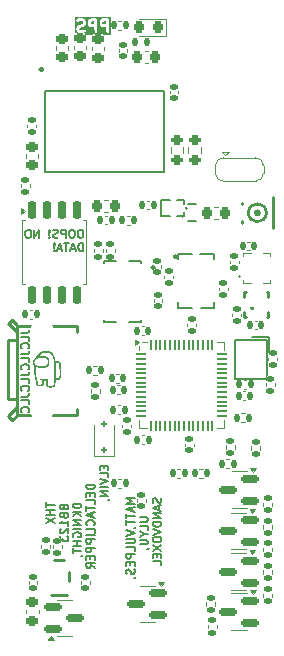
<source format=gbr>
%TF.GenerationSoftware,KiCad,Pcbnew,8.0.0*%
%TF.CreationDate,2024-06-24T23:08:17-07:00*%
%TF.ProjectId,lyrav3r2,6c797261-7633-4723-922e-6b696361645f,rev?*%
%TF.SameCoordinates,Original*%
%TF.FileFunction,Legend,Bot*%
%TF.FilePolarity,Positive*%
%FSLAX46Y46*%
G04 Gerber Fmt 4.6, Leading zero omitted, Abs format (unit mm)*
G04 Created by KiCad (PCBNEW 8.0.0) date 2024-06-24 23:08:17*
%MOMM*%
%LPD*%
G01*
G04 APERTURE LIST*
G04 Aperture macros list*
%AMRoundRect*
0 Rectangle with rounded corners*
0 $1 Rounding radius*
0 $2 $3 $4 $5 $6 $7 $8 $9 X,Y pos of 4 corners*
0 Add a 4 corners polygon primitive as box body*
4,1,4,$2,$3,$4,$5,$6,$7,$8,$9,$2,$3,0*
0 Add four circle primitives for the rounded corners*
1,1,$1+$1,$2,$3*
1,1,$1+$1,$4,$5*
1,1,$1+$1,$6,$7*
1,1,$1+$1,$8,$9*
0 Add four rect primitives between the rounded corners*
20,1,$1+$1,$2,$3,$4,$5,0*
20,1,$1+$1,$4,$5,$6,$7,0*
20,1,$1+$1,$6,$7,$8,$9,0*
20,1,$1+$1,$8,$9,$2,$3,0*%
%AMFreePoly0*
4,1,19,0.000000,0.744911,0.071157,0.744911,0.207708,0.704816,0.327430,0.627875,0.420627,0.520320,0.479746,0.390866,0.500000,0.250000,0.500000,-0.250000,0.479746,-0.390866,0.420627,-0.520320,0.327430,-0.627875,0.207708,-0.704816,0.071157,-0.744911,0.000000,-0.744911,0.000000,-0.750000,-0.550000,-0.750000,-0.550000,0.750000,0.000000,0.750000,0.000000,0.744911,0.000000,0.744911,
$1*%
%AMFreePoly1*
4,1,19,0.550000,-0.750000,0.000000,-0.750000,0.000000,-0.744911,-0.071157,-0.744911,-0.207708,-0.704816,-0.327430,-0.627875,-0.420627,-0.520320,-0.479746,-0.390866,-0.500000,-0.250000,-0.500000,0.250000,-0.479746,0.390866,-0.420627,0.520320,-0.327430,0.627875,-0.207708,0.704816,-0.071157,0.744911,0.000000,0.744911,0.000000,0.750000,0.550000,0.750000,0.550000,-0.750000,0.550000,-0.750000,
$1*%
G04 Aperture macros list end*
%ADD10C,0.175000*%
%ADD11C,0.250000*%
%ADD12C,0.000000*%
%ADD13C,0.120000*%
%ADD14C,0.100000*%
%ADD15C,0.130000*%
%ADD16C,0.140000*%
%ADD17C,0.150000*%
%ADD18C,0.200000*%
%ADD19O,1.000000X1.000000*%
%ADD20R,1.000000X1.000000*%
%ADD21C,2.200000*%
%ADD22R,2.200000X2.200000*%
%ADD23C,5.600000*%
%ADD24R,1.400000X5.000000*%
%ADD25RoundRect,0.140000X0.170000X-0.140000X0.170000X0.140000X-0.170000X0.140000X-0.170000X-0.140000X0*%
%ADD26RoundRect,0.140000X-0.170000X0.140000X-0.170000X-0.140000X0.170000X-0.140000X0.170000X0.140000X0*%
%ADD27RoundRect,0.135000X0.185000X-0.135000X0.185000X0.135000X-0.185000X0.135000X-0.185000X-0.135000X0*%
%ADD28RoundRect,0.225000X0.250000X-0.225000X0.250000X0.225000X-0.250000X0.225000X-0.250000X-0.225000X0*%
%ADD29RoundRect,0.140000X0.140000X0.170000X-0.140000X0.170000X-0.140000X-0.170000X0.140000X-0.170000X0*%
%ADD30RoundRect,0.135000X-0.135000X-0.185000X0.135000X-0.185000X0.135000X0.185000X-0.135000X0.185000X0*%
%ADD31RoundRect,0.150000X0.587500X0.150000X-0.587500X0.150000X-0.587500X-0.150000X0.587500X-0.150000X0*%
%ADD32RoundRect,0.135000X0.135000X0.185000X-0.135000X0.185000X-0.135000X-0.185000X0.135000X-0.185000X0*%
%ADD33RoundRect,0.135000X-0.185000X0.135000X-0.185000X-0.135000X0.185000X-0.135000X0.185000X0.135000X0*%
%ADD34FreePoly0,0.000000*%
%ADD35R,1.000000X1.500000*%
%ADD36FreePoly1,0.000000*%
%ADD37RoundRect,0.140000X-0.140000X-0.170000X0.140000X-0.170000X0.140000X0.170000X-0.140000X0.170000X0*%
%ADD38R,0.300000X0.500000*%
%ADD39R,0.500000X0.300000*%
%ADD40RoundRect,0.150000X-0.150000X0.650000X-0.150000X-0.650000X0.150000X-0.650000X0.150000X0.650000X0*%
%ADD41R,0.200000X0.200000*%
%ADD42RoundRect,0.125000X0.125000X-0.125000X0.125000X0.125000X-0.125000X0.125000X-0.125000X-0.125000X0*%
%ADD43R,0.250000X0.520000*%
%ADD44R,0.420000X0.320000*%
%ADD45R,0.500000X0.320000*%
%ADD46R,0.800000X1.000000*%
%ADD47R,3.200000X3.200000*%
%ADD48RoundRect,0.050000X-0.387500X0.050000X-0.387500X-0.050000X0.387500X-0.050000X0.387500X0.050000X0*%
%ADD49RoundRect,0.050000X-0.050000X0.387500X-0.050000X-0.387500X0.050000X-0.387500X0.050000X0.387500X0*%
%ADD50RoundRect,0.200000X0.275000X-0.200000X0.275000X0.200000X-0.275000X0.200000X-0.275000X-0.200000X0*%
%ADD51R,2.200000X1.050000*%
%ADD52R,1.050000X1.000000*%
%ADD53RoundRect,0.225000X-0.225000X-0.250000X0.225000X-0.250000X0.225000X0.250000X-0.225000X0.250000X0*%
%ADD54RoundRect,0.225000X-0.250000X0.225000X-0.250000X-0.225000X0.250000X-0.225000X0.250000X0.225000X0*%
%ADD55RoundRect,0.218750X0.218750X0.256250X-0.218750X0.256250X-0.218750X-0.256250X0.218750X-0.256250X0*%
%ADD56R,0.250000X0.800000*%
%ADD57R,0.800000X0.250000*%
%ADD58O,1.900000X1.200000*%
%ADD59O,1.400000X1.200000*%
%ADD60R,1.600000X0.400000*%
%ADD61R,0.600000X1.550000*%
%ADD62O,1.770000X0.450000*%
%ADD63RoundRect,0.150000X-0.587500X-0.150000X0.587500X-0.150000X0.587500X0.150000X-0.587500X0.150000X0*%
%ADD64R,1.000000X0.600000*%
%ADD65RoundRect,0.147500X-0.147500X-0.172500X0.147500X-0.172500X0.147500X0.172500X-0.147500X0.172500X0*%
%ADD66R,0.280000X0.500000*%
%ADD67R,0.500000X0.280000*%
%ADD68R,0.850000X1.450000*%
G04 APERTURE END LIST*
D10*
X5259869Y34946728D02*
X5126535Y34946728D01*
X5126535Y34946728D02*
X5059869Y34913395D01*
X5059869Y34913395D02*
X4993202Y34846728D01*
X4993202Y34846728D02*
X4959869Y34713395D01*
X4959869Y34713395D02*
X4959869Y34480061D01*
X4959869Y34480061D02*
X4993202Y34346728D01*
X4993202Y34346728D02*
X5059869Y34280061D01*
X5059869Y34280061D02*
X5126535Y34246728D01*
X5126535Y34246728D02*
X5259869Y34246728D01*
X5259869Y34246728D02*
X5326535Y34280061D01*
X5326535Y34280061D02*
X5393202Y34346728D01*
X5393202Y34346728D02*
X5426535Y34480061D01*
X5426535Y34480061D02*
X5426535Y34713395D01*
X5426535Y34713395D02*
X5393202Y34846728D01*
X5393202Y34846728D02*
X5326535Y34913395D01*
X5326535Y34913395D02*
X5259869Y34946728D01*
X4526536Y34946728D02*
X4393202Y34946728D01*
X4393202Y34946728D02*
X4326536Y34913395D01*
X4326536Y34913395D02*
X4259869Y34846728D01*
X4259869Y34846728D02*
X4226536Y34713395D01*
X4226536Y34713395D02*
X4226536Y34480061D01*
X4226536Y34480061D02*
X4259869Y34346728D01*
X4259869Y34346728D02*
X4326536Y34280061D01*
X4326536Y34280061D02*
X4393202Y34246728D01*
X4393202Y34246728D02*
X4526536Y34246728D01*
X4526536Y34246728D02*
X4593202Y34280061D01*
X4593202Y34280061D02*
X4659869Y34346728D01*
X4659869Y34346728D02*
X4693202Y34480061D01*
X4693202Y34480061D02*
X4693202Y34713395D01*
X4693202Y34713395D02*
X4659869Y34846728D01*
X4659869Y34846728D02*
X4593202Y34913395D01*
X4593202Y34913395D02*
X4526536Y34946728D01*
X3926536Y34246728D02*
X3926536Y34946728D01*
X3926536Y34946728D02*
X3659869Y34946728D01*
X3659869Y34946728D02*
X3593203Y34913395D01*
X3593203Y34913395D02*
X3559869Y34880061D01*
X3559869Y34880061D02*
X3526536Y34813395D01*
X3526536Y34813395D02*
X3526536Y34713395D01*
X3526536Y34713395D02*
X3559869Y34646728D01*
X3559869Y34646728D02*
X3593203Y34613395D01*
X3593203Y34613395D02*
X3659869Y34580061D01*
X3659869Y34580061D02*
X3926536Y34580061D01*
X3259869Y34280061D02*
X3159869Y34246728D01*
X3159869Y34246728D02*
X2993203Y34246728D01*
X2993203Y34246728D02*
X2926536Y34280061D01*
X2926536Y34280061D02*
X2893203Y34313395D01*
X2893203Y34313395D02*
X2859869Y34380061D01*
X2859869Y34380061D02*
X2859869Y34446728D01*
X2859869Y34446728D02*
X2893203Y34513395D01*
X2893203Y34513395D02*
X2926536Y34546728D01*
X2926536Y34546728D02*
X2993203Y34580061D01*
X2993203Y34580061D02*
X3126536Y34613395D01*
X3126536Y34613395D02*
X3193203Y34646728D01*
X3193203Y34646728D02*
X3226536Y34680061D01*
X3226536Y34680061D02*
X3259869Y34746728D01*
X3259869Y34746728D02*
X3259869Y34813395D01*
X3259869Y34813395D02*
X3226536Y34880061D01*
X3226536Y34880061D02*
X3193203Y34913395D01*
X3193203Y34913395D02*
X3126536Y34946728D01*
X3126536Y34946728D02*
X2959869Y34946728D01*
X2959869Y34946728D02*
X2859869Y34913395D01*
X2559869Y34313395D02*
X2526536Y34280061D01*
X2526536Y34280061D02*
X2559869Y34246728D01*
X2559869Y34246728D02*
X2593202Y34280061D01*
X2593202Y34280061D02*
X2559869Y34313395D01*
X2559869Y34313395D02*
X2559869Y34246728D01*
X2559869Y34513395D02*
X2593202Y34913395D01*
X2593202Y34913395D02*
X2559869Y34946728D01*
X2559869Y34946728D02*
X2526536Y34913395D01*
X2526536Y34913395D02*
X2559869Y34513395D01*
X2559869Y34513395D02*
X2559869Y34946728D01*
X1693203Y34246728D02*
X1693203Y34946728D01*
X1693203Y34946728D02*
X1293203Y34246728D01*
X1293203Y34246728D02*
X1293203Y34946728D01*
X826537Y34946728D02*
X693203Y34946728D01*
X693203Y34946728D02*
X626537Y34913395D01*
X626537Y34913395D02*
X559870Y34846728D01*
X559870Y34846728D02*
X526537Y34713395D01*
X526537Y34713395D02*
X526537Y34480061D01*
X526537Y34480061D02*
X559870Y34346728D01*
X559870Y34346728D02*
X626537Y34280061D01*
X626537Y34280061D02*
X693203Y34246728D01*
X693203Y34246728D02*
X826537Y34246728D01*
X826537Y34246728D02*
X893203Y34280061D01*
X893203Y34280061D02*
X959870Y34346728D01*
X959870Y34346728D02*
X993203Y34480061D01*
X993203Y34480061D02*
X993203Y34713395D01*
X993203Y34713395D02*
X959870Y34846728D01*
X959870Y34846728D02*
X893203Y34913395D01*
X893203Y34913395D02*
X826537Y34946728D01*
X5393202Y33119767D02*
X5393202Y33819767D01*
X5393202Y33819767D02*
X5226535Y33819767D01*
X5226535Y33819767D02*
X5126535Y33786434D01*
X5126535Y33786434D02*
X5059869Y33719767D01*
X5059869Y33719767D02*
X5026535Y33653100D01*
X5026535Y33653100D02*
X4993202Y33519767D01*
X4993202Y33519767D02*
X4993202Y33419767D01*
X4993202Y33419767D02*
X5026535Y33286434D01*
X5026535Y33286434D02*
X5059869Y33219767D01*
X5059869Y33219767D02*
X5126535Y33153100D01*
X5126535Y33153100D02*
X5226535Y33119767D01*
X5226535Y33119767D02*
X5393202Y33119767D01*
X4726535Y33319767D02*
X4393202Y33319767D01*
X4793202Y33119767D02*
X4559869Y33819767D01*
X4559869Y33819767D02*
X4326535Y33119767D01*
X4193202Y33819767D02*
X3793202Y33819767D01*
X3993202Y33119767D02*
X3993202Y33819767D01*
X3593202Y33319767D02*
X3259869Y33319767D01*
X3659869Y33119767D02*
X3426536Y33819767D01*
X3426536Y33819767D02*
X3193202Y33119767D01*
X2959869Y33186434D02*
X2926536Y33153100D01*
X2926536Y33153100D02*
X2959869Y33119767D01*
X2959869Y33119767D02*
X2993202Y33153100D01*
X2993202Y33153100D02*
X2959869Y33186434D01*
X2959869Y33186434D02*
X2959869Y33119767D01*
X2959869Y33386434D02*
X2993202Y33786434D01*
X2993202Y33786434D02*
X2959869Y33819767D01*
X2959869Y33819767D02*
X2926536Y33786434D01*
X2926536Y33786434D02*
X2959869Y33386434D01*
X2959869Y33386434D02*
X2959869Y33819767D01*
D11*
G36*
X6373367Y52310837D02*
G01*
X6149056Y52309508D01*
X6097449Y52334138D01*
X6077283Y52353275D01*
X6050612Y52404256D01*
X6049405Y52488306D01*
X6073568Y52538936D01*
X6092705Y52559101D01*
X6143242Y52585540D01*
X6372720Y52586900D01*
X6373367Y52310837D01*
G37*
G36*
X7373367Y52310837D02*
G01*
X7149056Y52309508D01*
X7097449Y52334138D01*
X7077283Y52353275D01*
X7050612Y52404256D01*
X7049405Y52488306D01*
X7073568Y52538936D01*
X7092705Y52559101D01*
X7143242Y52585540D01*
X7372720Y52586900D01*
X7373367Y52310837D01*
G37*
G36*
X7747431Y51460381D02*
G01*
X4723622Y51460381D01*
X4723622Y51996096D01*
X4848622Y51996096D01*
X4850185Y51918239D01*
X4849603Y51916492D01*
X4850463Y51904386D01*
X4851024Y51876472D01*
X4852742Y51872324D01*
X4853061Y51867842D01*
X4861819Y51844956D01*
X4911903Y51749222D01*
X4917307Y51736175D01*
X4921227Y51731398D01*
X4922492Y51728981D01*
X4924986Y51726818D01*
X4932852Y51717233D01*
X4984179Y51668523D01*
X4992221Y51659251D01*
X4997354Y51656020D01*
X4999412Y51654067D01*
X5002465Y51652803D01*
X5012958Y51646197D01*
X5093198Y51607901D01*
X5094652Y51606447D01*
X5106701Y51601456D01*
X5131082Y51589820D01*
X5135562Y51589502D01*
X5139712Y51587783D01*
X5164098Y51585381D01*
X5401122Y51587551D01*
X5417827Y51586363D01*
X5423966Y51587760D01*
X5426579Y51587783D01*
X5429630Y51589047D01*
X5441721Y51591796D01*
X5606953Y51649405D01*
X5643799Y51681360D01*
X5665611Y51724984D01*
X5669068Y51773634D01*
X5653645Y51819903D01*
X5621689Y51856749D01*
X5578065Y51878561D01*
X5529415Y51882018D01*
X5505521Y51876585D01*
X5386941Y51835242D01*
X5196297Y51833497D01*
X5145069Y51857947D01*
X5124902Y51877085D01*
X5098069Y51928375D01*
X5097331Y51965141D01*
X5121187Y52015127D01*
X5140324Y52035292D01*
X5200970Y52067019D01*
X5376001Y52112807D01*
X5387590Y52113630D01*
X5405823Y52120608D01*
X5407966Y52121168D01*
X5408690Y52121705D01*
X5410476Y52122388D01*
X5506212Y52172474D01*
X5519258Y52177877D01*
X5524034Y52181797D01*
X5526451Y52183061D01*
X5528614Y52185556D01*
X5538200Y52193422D01*
X5586905Y52244747D01*
X5596180Y52252790D01*
X5599413Y52257927D01*
X5601364Y52259982D01*
X5602627Y52263033D01*
X5609234Y52273527D01*
X5647530Y52353768D01*
X5648984Y52355221D01*
X5653975Y52367271D01*
X5665611Y52391651D01*
X5665929Y52396132D01*
X5667648Y52400281D01*
X5670050Y52424667D01*
X5668486Y52502528D01*
X5669068Y52504272D01*
X5668208Y52516364D01*
X5668137Y52519905D01*
X5801003Y52519905D01*
X5802795Y52395116D01*
X5801984Y52392682D01*
X5803044Y52377762D01*
X5803405Y52352662D01*
X5805123Y52348514D01*
X5805442Y52344032D01*
X5814200Y52321146D01*
X5864285Y52225410D01*
X5869689Y52212364D01*
X5873608Y52207588D01*
X5874873Y52205171D01*
X5877367Y52203008D01*
X5885234Y52193422D01*
X5936558Y52144717D01*
X5944602Y52135442D01*
X5949738Y52132209D01*
X5951794Y52130258D01*
X5954844Y52128995D01*
X5965339Y52122388D01*
X6045579Y52084092D01*
X6047033Y52082638D01*
X6059082Y52077647D01*
X6083463Y52066011D01*
X6087943Y52065693D01*
X6092093Y52063974D01*
X6116479Y52061572D01*
X6373948Y52063098D01*
X6374833Y51685995D01*
X6393497Y51640935D01*
X6427985Y51606447D01*
X6473045Y51587783D01*
X6521817Y51587783D01*
X6566877Y51606447D01*
X6601365Y51640935D01*
X6620029Y51685995D01*
X6622431Y51710381D01*
X6620533Y52519905D01*
X6801003Y52519905D01*
X6802795Y52395116D01*
X6801984Y52392682D01*
X6803044Y52377762D01*
X6803405Y52352662D01*
X6805123Y52348514D01*
X6805442Y52344032D01*
X6814200Y52321146D01*
X6864285Y52225410D01*
X6869689Y52212364D01*
X6873608Y52207588D01*
X6874873Y52205171D01*
X6877367Y52203008D01*
X6885234Y52193422D01*
X6936558Y52144717D01*
X6944602Y52135442D01*
X6949738Y52132209D01*
X6951794Y52130258D01*
X6954844Y52128995D01*
X6965339Y52122388D01*
X7045579Y52084092D01*
X7047033Y52082638D01*
X7059082Y52077647D01*
X7083463Y52066011D01*
X7087943Y52065693D01*
X7092093Y52063974D01*
X7116479Y52061572D01*
X7373948Y52063098D01*
X7374833Y51685995D01*
X7393497Y51640935D01*
X7427985Y51606447D01*
X7473045Y51587783D01*
X7521817Y51587783D01*
X7566877Y51606447D01*
X7601365Y51640935D01*
X7620029Y51685995D01*
X7622431Y51710381D01*
X7620029Y52734767D01*
X7601365Y52779827D01*
X7566877Y52814315D01*
X7521817Y52832979D01*
X7497431Y52835381D01*
X7135598Y52833237D01*
X7132112Y52834399D01*
X7113951Y52833109D01*
X7092093Y52832979D01*
X7087943Y52831261D01*
X7083463Y52830942D01*
X7060577Y52822184D01*
X6964843Y52772101D01*
X6951794Y52766695D01*
X6947016Y52762774D01*
X6944602Y52761511D01*
X6942440Y52759020D01*
X6932852Y52751150D01*
X6884150Y52699829D01*
X6874873Y52691782D01*
X6871637Y52686643D01*
X6869689Y52684589D01*
X6868427Y52681543D01*
X6861818Y52671044D01*
X6823522Y52590805D01*
X6822069Y52589351D01*
X6817078Y52577303D01*
X6805442Y52552921D01*
X6805123Y52548440D01*
X6803405Y52544291D01*
X6801003Y52519905D01*
X6620533Y52519905D01*
X6620029Y52734767D01*
X6601365Y52779827D01*
X6566877Y52814315D01*
X6521817Y52832979D01*
X6497431Y52835381D01*
X6135598Y52833237D01*
X6132112Y52834399D01*
X6113951Y52833109D01*
X6092093Y52832979D01*
X6087943Y52831261D01*
X6083463Y52830942D01*
X6060577Y52822184D01*
X5964843Y52772101D01*
X5951794Y52766695D01*
X5947016Y52762774D01*
X5944602Y52761511D01*
X5942440Y52759020D01*
X5932852Y52751150D01*
X5884150Y52699829D01*
X5874873Y52691782D01*
X5871637Y52686643D01*
X5869689Y52684589D01*
X5868427Y52681543D01*
X5861818Y52671044D01*
X5823522Y52590805D01*
X5822069Y52589351D01*
X5817078Y52577303D01*
X5805442Y52552921D01*
X5805123Y52548440D01*
X5803405Y52544291D01*
X5801003Y52519905D01*
X5668137Y52519905D01*
X5667648Y52544291D01*
X5665929Y52548441D01*
X5665611Y52552921D01*
X5656853Y52575807D01*
X5606769Y52671541D01*
X5601364Y52684590D01*
X5597442Y52689368D01*
X5596180Y52691782D01*
X5593688Y52693944D01*
X5585819Y52703532D01*
X5534497Y52752234D01*
X5526451Y52761511D01*
X5521311Y52764747D01*
X5519258Y52766695D01*
X5516211Y52767957D01*
X5505713Y52774566D01*
X5425473Y52812862D01*
X5424020Y52814315D01*
X5411971Y52819306D01*
X5387590Y52830942D01*
X5383108Y52831261D01*
X5378960Y52832979D01*
X5354574Y52835381D01*
X5117549Y52833212D01*
X5100844Y52834399D01*
X5094704Y52833003D01*
X5092093Y52832979D01*
X5089043Y52831716D01*
X5076950Y52828966D01*
X4911719Y52771357D01*
X4874873Y52739402D01*
X4853061Y52695777D01*
X4849604Y52647128D01*
X4865027Y52600859D01*
X4896982Y52564013D01*
X4940607Y52542201D01*
X4989256Y52538744D01*
X5013150Y52544177D01*
X5131730Y52585521D01*
X5322375Y52587266D01*
X5373604Y52562816D01*
X5393769Y52543679D01*
X5420602Y52492389D01*
X5421340Y52455624D01*
X5397484Y52405638D01*
X5378347Y52385472D01*
X5317701Y52353745D01*
X5142668Y52307957D01*
X5131082Y52307133D01*
X5112848Y52300156D01*
X5110706Y52299595D01*
X5109981Y52299059D01*
X5108196Y52298375D01*
X5012462Y52248292D01*
X4999413Y52242886D01*
X4994635Y52238965D01*
X4992221Y52237702D01*
X4990059Y52235211D01*
X4980471Y52227341D01*
X4931769Y52176020D01*
X4922492Y52167973D01*
X4919256Y52162834D01*
X4917308Y52160780D01*
X4916046Y52157734D01*
X4909437Y52147235D01*
X4871141Y52066996D01*
X4869688Y52065542D01*
X4864697Y52053494D01*
X4853061Y52029112D01*
X4852742Y52024631D01*
X4851024Y52020482D01*
X4848622Y51996096D01*
X4723622Y51996096D01*
X4723622Y52960381D01*
X7747431Y52960381D01*
X7747431Y51460381D01*
G37*
D10*
X2303184Y11852540D02*
X2303184Y11452540D01*
X3003184Y11652540D02*
X2303184Y11652540D01*
X3003184Y11219207D02*
X2303184Y11219207D01*
X2636517Y11219207D02*
X2636517Y10819207D01*
X3003184Y10819207D02*
X2303184Y10819207D01*
X2303184Y10552540D02*
X3003184Y10085874D01*
X2303184Y10085874D02*
X3003184Y10552540D01*
X3763478Y11419203D02*
X3796812Y11319203D01*
X3796812Y11319203D02*
X3830145Y11285870D01*
X3830145Y11285870D02*
X3896812Y11252537D01*
X3896812Y11252537D02*
X3996812Y11252537D01*
X3996812Y11252537D02*
X4063478Y11285870D01*
X4063478Y11285870D02*
X4096812Y11319203D01*
X4096812Y11319203D02*
X4130145Y11385870D01*
X4130145Y11385870D02*
X4130145Y11652537D01*
X4130145Y11652537D02*
X3430145Y11652537D01*
X3430145Y11652537D02*
X3430145Y11419203D01*
X3430145Y11419203D02*
X3463478Y11352537D01*
X3463478Y11352537D02*
X3496812Y11319203D01*
X3496812Y11319203D02*
X3563478Y11285870D01*
X3563478Y11285870D02*
X3630145Y11285870D01*
X3630145Y11285870D02*
X3696812Y11319203D01*
X3696812Y11319203D02*
X3730145Y11352537D01*
X3730145Y11352537D02*
X3763478Y11419203D01*
X3763478Y11419203D02*
X3763478Y11652537D01*
X3763478Y10719203D02*
X3796812Y10619203D01*
X3796812Y10619203D02*
X3830145Y10585870D01*
X3830145Y10585870D02*
X3896812Y10552537D01*
X3896812Y10552537D02*
X3996812Y10552537D01*
X3996812Y10552537D02*
X4063478Y10585870D01*
X4063478Y10585870D02*
X4096812Y10619203D01*
X4096812Y10619203D02*
X4130145Y10685870D01*
X4130145Y10685870D02*
X4130145Y10952537D01*
X4130145Y10952537D02*
X3430145Y10952537D01*
X3430145Y10952537D02*
X3430145Y10719203D01*
X3430145Y10719203D02*
X3463478Y10652537D01*
X3463478Y10652537D02*
X3496812Y10619203D01*
X3496812Y10619203D02*
X3563478Y10585870D01*
X3563478Y10585870D02*
X3630145Y10585870D01*
X3630145Y10585870D02*
X3696812Y10619203D01*
X3696812Y10619203D02*
X3730145Y10652537D01*
X3730145Y10652537D02*
X3763478Y10719203D01*
X3763478Y10719203D02*
X3763478Y10952537D01*
X4130145Y9885870D02*
X4130145Y10285870D01*
X4130145Y10085870D02*
X3430145Y10085870D01*
X3430145Y10085870D02*
X3530145Y10152537D01*
X3530145Y10152537D02*
X3596812Y10219203D01*
X3596812Y10219203D02*
X3630145Y10285870D01*
X3496812Y9619203D02*
X3463478Y9585870D01*
X3463478Y9585870D02*
X3430145Y9519203D01*
X3430145Y9519203D02*
X3430145Y9352536D01*
X3430145Y9352536D02*
X3463478Y9285870D01*
X3463478Y9285870D02*
X3496812Y9252536D01*
X3496812Y9252536D02*
X3563478Y9219203D01*
X3563478Y9219203D02*
X3630145Y9219203D01*
X3630145Y9219203D02*
X3730145Y9252536D01*
X3730145Y9252536D02*
X4130145Y9652536D01*
X4130145Y9652536D02*
X4130145Y9219203D01*
X3430145Y8985869D02*
X3430145Y8552536D01*
X3430145Y8552536D02*
X3696812Y8785869D01*
X3696812Y8785869D02*
X3696812Y8685869D01*
X3696812Y8685869D02*
X3730145Y8619203D01*
X3730145Y8619203D02*
X3763478Y8585869D01*
X3763478Y8585869D02*
X3830145Y8552536D01*
X3830145Y8552536D02*
X3996812Y8552536D01*
X3996812Y8552536D02*
X4063478Y8585869D01*
X4063478Y8585869D02*
X4096812Y8619203D01*
X4096812Y8619203D02*
X4130145Y8685869D01*
X4130145Y8685869D02*
X4130145Y8885869D01*
X4130145Y8885869D02*
X4096812Y8952536D01*
X4096812Y8952536D02*
X4063478Y8985869D01*
X5257106Y11752540D02*
X4557106Y11752540D01*
X4557106Y11752540D02*
X4557106Y11585873D01*
X4557106Y11585873D02*
X4590439Y11485873D01*
X4590439Y11485873D02*
X4657106Y11419206D01*
X4657106Y11419206D02*
X4723773Y11385873D01*
X4723773Y11385873D02*
X4857106Y11352540D01*
X4857106Y11352540D02*
X4957106Y11352540D01*
X4957106Y11352540D02*
X5090439Y11385873D01*
X5090439Y11385873D02*
X5157106Y11419206D01*
X5157106Y11419206D02*
X5223773Y11485873D01*
X5223773Y11485873D02*
X5257106Y11585873D01*
X5257106Y11585873D02*
X5257106Y11752540D01*
X5257106Y11052540D02*
X4557106Y11052540D01*
X5257106Y10652540D02*
X4857106Y10952540D01*
X4557106Y10652540D02*
X4957106Y11052540D01*
X5257106Y10352540D02*
X4557106Y10352540D01*
X4557106Y10352540D02*
X5257106Y9952540D01*
X5257106Y9952540D02*
X4557106Y9952540D01*
X5257106Y9619207D02*
X4557106Y9619207D01*
X4590439Y8919207D02*
X4557106Y8985874D01*
X4557106Y8985874D02*
X4557106Y9085874D01*
X4557106Y9085874D02*
X4590439Y9185874D01*
X4590439Y9185874D02*
X4657106Y9252540D01*
X4657106Y9252540D02*
X4723773Y9285874D01*
X4723773Y9285874D02*
X4857106Y9319207D01*
X4857106Y9319207D02*
X4957106Y9319207D01*
X4957106Y9319207D02*
X5090439Y9285874D01*
X5090439Y9285874D02*
X5157106Y9252540D01*
X5157106Y9252540D02*
X5223773Y9185874D01*
X5223773Y9185874D02*
X5257106Y9085874D01*
X5257106Y9085874D02*
X5257106Y9019207D01*
X5257106Y9019207D02*
X5223773Y8919207D01*
X5223773Y8919207D02*
X5190439Y8885874D01*
X5190439Y8885874D02*
X4957106Y8885874D01*
X4957106Y8885874D02*
X4957106Y9019207D01*
X5257106Y8585874D02*
X4557106Y8585874D01*
X4890439Y8585874D02*
X4890439Y8185874D01*
X5257106Y8185874D02*
X4557106Y8185874D01*
X4557106Y7952541D02*
X4557106Y7552541D01*
X5257106Y7752541D02*
X4557106Y7752541D01*
X5223773Y7285874D02*
X5257106Y7285874D01*
X5257106Y7285874D02*
X5323773Y7319208D01*
X5323773Y7319208D02*
X5357106Y7352541D01*
X6384067Y13352539D02*
X5684067Y13352539D01*
X5684067Y13352539D02*
X5684067Y13185872D01*
X5684067Y13185872D02*
X5717400Y13085872D01*
X5717400Y13085872D02*
X5784067Y13019205D01*
X5784067Y13019205D02*
X5850734Y12985872D01*
X5850734Y12985872D02*
X5984067Y12952539D01*
X5984067Y12952539D02*
X6084067Y12952539D01*
X6084067Y12952539D02*
X6217400Y12985872D01*
X6217400Y12985872D02*
X6284067Y13019205D01*
X6284067Y13019205D02*
X6350734Y13085872D01*
X6350734Y13085872D02*
X6384067Y13185872D01*
X6384067Y13185872D02*
X6384067Y13352539D01*
X6017400Y12652539D02*
X6017400Y12419205D01*
X6384067Y12319205D02*
X6384067Y12652539D01*
X6384067Y12652539D02*
X5684067Y12652539D01*
X5684067Y12652539D02*
X5684067Y12319205D01*
X6384067Y11685872D02*
X6384067Y12019206D01*
X6384067Y12019206D02*
X5684067Y12019206D01*
X5684067Y11552539D02*
X5684067Y11152539D01*
X6384067Y11352539D02*
X5684067Y11352539D01*
X6184067Y10952539D02*
X6184067Y10619206D01*
X6384067Y11019206D02*
X5684067Y10785872D01*
X5684067Y10785872D02*
X6384067Y10552539D01*
X6317400Y9919206D02*
X6350734Y9952539D01*
X6350734Y9952539D02*
X6384067Y10052539D01*
X6384067Y10052539D02*
X6384067Y10119206D01*
X6384067Y10119206D02*
X6350734Y10219206D01*
X6350734Y10219206D02*
X6284067Y10285872D01*
X6284067Y10285872D02*
X6217400Y10319206D01*
X6217400Y10319206D02*
X6084067Y10352539D01*
X6084067Y10352539D02*
X5984067Y10352539D01*
X5984067Y10352539D02*
X5850734Y10319206D01*
X5850734Y10319206D02*
X5784067Y10285872D01*
X5784067Y10285872D02*
X5717400Y10219206D01*
X5717400Y10219206D02*
X5684067Y10119206D01*
X5684067Y10119206D02*
X5684067Y10052539D01*
X5684067Y10052539D02*
X5717400Y9952539D01*
X5717400Y9952539D02*
X5750734Y9919206D01*
X6384067Y9285872D02*
X6384067Y9619206D01*
X6384067Y9619206D02*
X5684067Y9619206D01*
X6384067Y9052539D02*
X5684067Y9052539D01*
X6384067Y8719206D02*
X5684067Y8719206D01*
X5684067Y8719206D02*
X5684067Y8452539D01*
X5684067Y8452539D02*
X5717400Y8385872D01*
X5717400Y8385872D02*
X5750734Y8352539D01*
X5750734Y8352539D02*
X5817400Y8319206D01*
X5817400Y8319206D02*
X5917400Y8319206D01*
X5917400Y8319206D02*
X5984067Y8352539D01*
X5984067Y8352539D02*
X6017400Y8385872D01*
X6017400Y8385872D02*
X6050734Y8452539D01*
X6050734Y8452539D02*
X6050734Y8719206D01*
X6384067Y8019206D02*
X5684067Y8019206D01*
X5684067Y8019206D02*
X5684067Y7752539D01*
X5684067Y7752539D02*
X5717400Y7685872D01*
X5717400Y7685872D02*
X5750734Y7652539D01*
X5750734Y7652539D02*
X5817400Y7619206D01*
X5817400Y7619206D02*
X5917400Y7619206D01*
X5917400Y7619206D02*
X5984067Y7652539D01*
X5984067Y7652539D02*
X6017400Y7685872D01*
X6017400Y7685872D02*
X6050734Y7752539D01*
X6050734Y7752539D02*
X6050734Y8019206D01*
X6017400Y7319206D02*
X6017400Y7085872D01*
X6384067Y6985872D02*
X6384067Y7319206D01*
X6384067Y7319206D02*
X5684067Y7319206D01*
X5684067Y7319206D02*
X5684067Y6985872D01*
X6384067Y6285873D02*
X6050734Y6519206D01*
X6384067Y6685873D02*
X5684067Y6685873D01*
X5684067Y6685873D02*
X5684067Y6419206D01*
X5684067Y6419206D02*
X5717400Y6352539D01*
X5717400Y6352539D02*
X5750734Y6319206D01*
X5750734Y6319206D02*
X5817400Y6285873D01*
X5817400Y6285873D02*
X5917400Y6285873D01*
X5917400Y6285873D02*
X5984067Y6319206D01*
X5984067Y6319206D02*
X6017400Y6352539D01*
X6017400Y6352539D02*
X6050734Y6419206D01*
X6050734Y6419206D02*
X6050734Y6685873D01*
X7144361Y14952538D02*
X7144361Y14719204D01*
X7511028Y14619204D02*
X7511028Y14952538D01*
X7511028Y14952538D02*
X6811028Y14952538D01*
X6811028Y14952538D02*
X6811028Y14619204D01*
X7511028Y13985871D02*
X7511028Y14319205D01*
X7511028Y14319205D02*
X6811028Y14319205D01*
X6811028Y13852538D02*
X7511028Y13619204D01*
X7511028Y13619204D02*
X6811028Y13385871D01*
X7511028Y13152538D02*
X6811028Y13152538D01*
X7511028Y12819205D02*
X6811028Y12819205D01*
X6811028Y12819205D02*
X7511028Y12419205D01*
X7511028Y12419205D02*
X6811028Y12419205D01*
X7477695Y12052538D02*
X7511028Y12052538D01*
X7511028Y12052538D02*
X7577695Y12085872D01*
X7577695Y12085872D02*
X7611028Y12119205D01*
X9764950Y12185870D02*
X9064950Y12185870D01*
X9064950Y12185870D02*
X9564950Y11952536D01*
X9564950Y11952536D02*
X9064950Y11719203D01*
X9064950Y11719203D02*
X9764950Y11719203D01*
X9564950Y11419203D02*
X9564950Y11085870D01*
X9764950Y11485870D02*
X9064950Y11252536D01*
X9064950Y11252536D02*
X9764950Y11019203D01*
X9064950Y10885870D02*
X9064950Y10485870D01*
X9764950Y10685870D02*
X9064950Y10685870D01*
X9064950Y10352537D02*
X9064950Y9952537D01*
X9764950Y10152537D02*
X9064950Y10152537D01*
X9731617Y9685870D02*
X9764950Y9685870D01*
X9764950Y9685870D02*
X9831617Y9719204D01*
X9831617Y9719204D02*
X9864950Y9752537D01*
X9064950Y9485871D02*
X9764950Y9252537D01*
X9764950Y9252537D02*
X9064950Y9019204D01*
X9064950Y8785871D02*
X9631617Y8785871D01*
X9631617Y8785871D02*
X9698283Y8752537D01*
X9698283Y8752537D02*
X9731617Y8719204D01*
X9731617Y8719204D02*
X9764950Y8652537D01*
X9764950Y8652537D02*
X9764950Y8519204D01*
X9764950Y8519204D02*
X9731617Y8452537D01*
X9731617Y8452537D02*
X9698283Y8419204D01*
X9698283Y8419204D02*
X9631617Y8385871D01*
X9631617Y8385871D02*
X9064950Y8385871D01*
X9764950Y7719204D02*
X9764950Y8052538D01*
X9764950Y8052538D02*
X9064950Y8052538D01*
X9764950Y7485871D02*
X9064950Y7485871D01*
X9064950Y7485871D02*
X9064950Y7219204D01*
X9064950Y7219204D02*
X9098283Y7152537D01*
X9098283Y7152537D02*
X9131617Y7119204D01*
X9131617Y7119204D02*
X9198283Y7085871D01*
X9198283Y7085871D02*
X9298283Y7085871D01*
X9298283Y7085871D02*
X9364950Y7119204D01*
X9364950Y7119204D02*
X9398283Y7152537D01*
X9398283Y7152537D02*
X9431617Y7219204D01*
X9431617Y7219204D02*
X9431617Y7485871D01*
X9398283Y6785871D02*
X9398283Y6552537D01*
X9764950Y6452537D02*
X9764950Y6785871D01*
X9764950Y6785871D02*
X9064950Y6785871D01*
X9064950Y6785871D02*
X9064950Y6452537D01*
X9731617Y6185871D02*
X9764950Y6085871D01*
X9764950Y6085871D02*
X9764950Y5919204D01*
X9764950Y5919204D02*
X9731617Y5852538D01*
X9731617Y5852538D02*
X9698283Y5819204D01*
X9698283Y5819204D02*
X9631617Y5785871D01*
X9631617Y5785871D02*
X9564950Y5785871D01*
X9564950Y5785871D02*
X9498283Y5819204D01*
X9498283Y5819204D02*
X9464950Y5852538D01*
X9464950Y5852538D02*
X9431617Y5919204D01*
X9431617Y5919204D02*
X9398283Y6052538D01*
X9398283Y6052538D02*
X9364950Y6119204D01*
X9364950Y6119204D02*
X9331617Y6152538D01*
X9331617Y6152538D02*
X9264950Y6185871D01*
X9264950Y6185871D02*
X9198283Y6185871D01*
X9198283Y6185871D02*
X9131617Y6152538D01*
X9131617Y6152538D02*
X9098283Y6119204D01*
X9098283Y6119204D02*
X9064950Y6052538D01*
X9064950Y6052538D02*
X9064950Y5885871D01*
X9064950Y5885871D02*
X9098283Y5785871D01*
X9731617Y5452537D02*
X9764950Y5452537D01*
X9764950Y5452537D02*
X9831617Y5485871D01*
X9831617Y5485871D02*
X9864950Y5519204D01*
X10191911Y10585871D02*
X10758578Y10585871D01*
X10758578Y10585871D02*
X10825244Y10552537D01*
X10825244Y10552537D02*
X10858578Y10519204D01*
X10858578Y10519204D02*
X10891911Y10452537D01*
X10891911Y10452537D02*
X10891911Y10319204D01*
X10891911Y10319204D02*
X10858578Y10252537D01*
X10858578Y10252537D02*
X10825244Y10219204D01*
X10825244Y10219204D02*
X10758578Y10185871D01*
X10758578Y10185871D02*
X10191911Y10185871D01*
X10891911Y9519204D02*
X10891911Y9852538D01*
X10891911Y9852538D02*
X10191911Y9852538D01*
X10558578Y9152537D02*
X10891911Y9152537D01*
X10191911Y9385871D02*
X10558578Y9152537D01*
X10558578Y9152537D02*
X10191911Y8919204D01*
X10191911Y8685871D02*
X10758578Y8685871D01*
X10758578Y8685871D02*
X10825244Y8652537D01*
X10825244Y8652537D02*
X10858578Y8619204D01*
X10858578Y8619204D02*
X10891911Y8552537D01*
X10891911Y8552537D02*
X10891911Y8419204D01*
X10891911Y8419204D02*
X10858578Y8352537D01*
X10858578Y8352537D02*
X10825244Y8319204D01*
X10825244Y8319204D02*
X10758578Y8285871D01*
X10758578Y8285871D02*
X10191911Y8285871D01*
X10858578Y7919204D02*
X10891911Y7919204D01*
X10891911Y7919204D02*
X10958578Y7952538D01*
X10958578Y7952538D02*
X10991911Y7985871D01*
X11985539Y12219203D02*
X12018872Y12119203D01*
X12018872Y12119203D02*
X12018872Y11952536D01*
X12018872Y11952536D02*
X11985539Y11885870D01*
X11985539Y11885870D02*
X11952205Y11852536D01*
X11952205Y11852536D02*
X11885539Y11819203D01*
X11885539Y11819203D02*
X11818872Y11819203D01*
X11818872Y11819203D02*
X11752205Y11852536D01*
X11752205Y11852536D02*
X11718872Y11885870D01*
X11718872Y11885870D02*
X11685539Y11952536D01*
X11685539Y11952536D02*
X11652205Y12085870D01*
X11652205Y12085870D02*
X11618872Y12152536D01*
X11618872Y12152536D02*
X11585539Y12185870D01*
X11585539Y12185870D02*
X11518872Y12219203D01*
X11518872Y12219203D02*
X11452205Y12219203D01*
X11452205Y12219203D02*
X11385539Y12185870D01*
X11385539Y12185870D02*
X11352205Y12152536D01*
X11352205Y12152536D02*
X11318872Y12085870D01*
X11318872Y12085870D02*
X11318872Y11919203D01*
X11318872Y11919203D02*
X11352205Y11819203D01*
X11818872Y11552536D02*
X11818872Y11219203D01*
X12018872Y11619203D02*
X11318872Y11385869D01*
X11318872Y11385869D02*
X12018872Y11152536D01*
X12018872Y10919203D02*
X11318872Y10919203D01*
X11318872Y10919203D02*
X12018872Y10519203D01*
X12018872Y10519203D02*
X11318872Y10519203D01*
X12018872Y10185870D02*
X11318872Y10185870D01*
X11318872Y10185870D02*
X11318872Y10019203D01*
X11318872Y10019203D02*
X11352205Y9919203D01*
X11352205Y9919203D02*
X11418872Y9852536D01*
X11418872Y9852536D02*
X11485539Y9819203D01*
X11485539Y9819203D02*
X11618872Y9785870D01*
X11618872Y9785870D02*
X11718872Y9785870D01*
X11718872Y9785870D02*
X11852205Y9819203D01*
X11852205Y9819203D02*
X11918872Y9852536D01*
X11918872Y9852536D02*
X11985539Y9919203D01*
X11985539Y9919203D02*
X12018872Y10019203D01*
X12018872Y10019203D02*
X12018872Y10185870D01*
X11318872Y9585870D02*
X12018872Y9352536D01*
X12018872Y9352536D02*
X11318872Y9119203D01*
X11318872Y8752536D02*
X11318872Y8619203D01*
X11318872Y8619203D02*
X11352205Y8552536D01*
X11352205Y8552536D02*
X11418872Y8485870D01*
X11418872Y8485870D02*
X11552205Y8452536D01*
X11552205Y8452536D02*
X11785539Y8452536D01*
X11785539Y8452536D02*
X11918872Y8485870D01*
X11918872Y8485870D02*
X11985539Y8552536D01*
X11985539Y8552536D02*
X12018872Y8619203D01*
X12018872Y8619203D02*
X12018872Y8752536D01*
X12018872Y8752536D02*
X11985539Y8819203D01*
X11985539Y8819203D02*
X11918872Y8885870D01*
X11918872Y8885870D02*
X11785539Y8919203D01*
X11785539Y8919203D02*
X11552205Y8919203D01*
X11552205Y8919203D02*
X11418872Y8885870D01*
X11418872Y8885870D02*
X11352205Y8819203D01*
X11352205Y8819203D02*
X11318872Y8752536D01*
X11318872Y8219203D02*
X12018872Y7752537D01*
X11318872Y7752537D02*
X12018872Y8219203D01*
X11652205Y7485870D02*
X11652205Y7252536D01*
X12018872Y7152536D02*
X12018872Y7485870D01*
X12018872Y7485870D02*
X11318872Y7485870D01*
X11318872Y7485870D02*
X11318872Y7152536D01*
X12018872Y6519203D02*
X12018872Y6852537D01*
X12018872Y6852537D02*
X11318872Y6852537D01*
X152233Y26207603D02*
X652233Y26207603D01*
X652233Y26207603D02*
X752233Y26240936D01*
X752233Y26240936D02*
X818900Y26307603D01*
X818900Y26307603D02*
X852233Y26407603D01*
X852233Y26407603D02*
X852233Y26474269D01*
X852233Y25540936D02*
X852233Y25874270D01*
X852233Y25874270D02*
X152233Y25874270D01*
X785566Y24907603D02*
X818900Y24940936D01*
X818900Y24940936D02*
X852233Y25040936D01*
X852233Y25040936D02*
X852233Y25107603D01*
X852233Y25107603D02*
X818900Y25207603D01*
X818900Y25207603D02*
X752233Y25274269D01*
X752233Y25274269D02*
X685566Y25307603D01*
X685566Y25307603D02*
X552233Y25340936D01*
X552233Y25340936D02*
X452233Y25340936D01*
X452233Y25340936D02*
X318900Y25307603D01*
X318900Y25307603D02*
X252233Y25274269D01*
X252233Y25274269D02*
X185566Y25207603D01*
X185566Y25207603D02*
X152233Y25107603D01*
X152233Y25107603D02*
X152233Y25040936D01*
X152233Y25040936D02*
X185566Y24940936D01*
X185566Y24940936D02*
X218900Y24907603D01*
X152233Y24407603D02*
X652233Y24407603D01*
X652233Y24407603D02*
X752233Y24440936D01*
X752233Y24440936D02*
X818900Y24507603D01*
X818900Y24507603D02*
X852233Y24607603D01*
X852233Y24607603D02*
X852233Y24674269D01*
X852233Y23740936D02*
X852233Y24074270D01*
X852233Y24074270D02*
X152233Y24074270D01*
X785566Y23107603D02*
X818900Y23140936D01*
X818900Y23140936D02*
X852233Y23240936D01*
X852233Y23240936D02*
X852233Y23307603D01*
X852233Y23307603D02*
X818900Y23407603D01*
X818900Y23407603D02*
X752233Y23474269D01*
X752233Y23474269D02*
X685566Y23507603D01*
X685566Y23507603D02*
X552233Y23540936D01*
X552233Y23540936D02*
X452233Y23540936D01*
X452233Y23540936D02*
X318900Y23507603D01*
X318900Y23507603D02*
X252233Y23474269D01*
X252233Y23474269D02*
X185566Y23407603D01*
X185566Y23407603D02*
X152233Y23307603D01*
X152233Y23307603D02*
X152233Y23240936D01*
X152233Y23240936D02*
X185566Y23140936D01*
X185566Y23140936D02*
X218900Y23107603D01*
X152233Y22607603D02*
X652233Y22607603D01*
X652233Y22607603D02*
X752233Y22640936D01*
X752233Y22640936D02*
X818900Y22707603D01*
X818900Y22707603D02*
X852233Y22807603D01*
X852233Y22807603D02*
X852233Y22874269D01*
X852233Y21940936D02*
X852233Y22274270D01*
X852233Y22274270D02*
X152233Y22274270D01*
X785566Y21307603D02*
X818900Y21340936D01*
X818900Y21340936D02*
X852233Y21440936D01*
X852233Y21440936D02*
X852233Y21507603D01*
X852233Y21507603D02*
X818900Y21607603D01*
X818900Y21607603D02*
X752233Y21674269D01*
X752233Y21674269D02*
X685566Y21707603D01*
X685566Y21707603D02*
X552233Y21740936D01*
X552233Y21740936D02*
X452233Y21740936D01*
X452233Y21740936D02*
X318900Y21707603D01*
X318900Y21707603D02*
X252233Y21674269D01*
X252233Y21674269D02*
X185566Y21607603D01*
X185566Y21607603D02*
X152233Y21507603D01*
X152233Y21507603D02*
X152233Y21440936D01*
X152233Y21440936D02*
X185566Y21340936D01*
X185566Y21340936D02*
X218900Y21307603D01*
X152233Y20807603D02*
X652233Y20807603D01*
X652233Y20807603D02*
X752233Y20840936D01*
X752233Y20840936D02*
X818900Y20907603D01*
X818900Y20907603D02*
X852233Y21007603D01*
X852233Y21007603D02*
X852233Y21074269D01*
X852233Y20140936D02*
X852233Y20474270D01*
X852233Y20474270D02*
X152233Y20474270D01*
X785566Y19507603D02*
X818900Y19540936D01*
X818900Y19540936D02*
X852233Y19640936D01*
X852233Y19640936D02*
X852233Y19707603D01*
X852233Y19707603D02*
X818900Y19807603D01*
X818900Y19807603D02*
X752233Y19874269D01*
X752233Y19874269D02*
X685566Y19907603D01*
X685566Y19907603D02*
X552233Y19940936D01*
X552233Y19940936D02*
X452233Y19940936D01*
X452233Y19940936D02*
X318900Y19907603D01*
X318900Y19907603D02*
X252233Y19874269D01*
X252233Y19874269D02*
X185566Y19807603D01*
X185566Y19807603D02*
X152233Y19707603D01*
X152233Y19707603D02*
X152233Y19640936D01*
X152233Y19640936D02*
X185566Y19540936D01*
X185566Y19540936D02*
X218900Y19507603D01*
D12*
%TO.C,G\u002A\u002A\u002A*%
G36*
X3575650Y22811403D02*
G01*
X3573170Y22735087D01*
X3567586Y22664193D01*
X3558995Y22594353D01*
X3545639Y22512971D01*
X3522085Y22416087D01*
X3491973Y22341965D01*
X3453189Y22285829D01*
X3403623Y22242902D01*
X3395611Y22237527D01*
X3361598Y22218080D01*
X3326679Y22206884D01*
X3280855Y22201688D01*
X3214128Y22200240D01*
X3086509Y22199726D01*
X3086109Y22133983D01*
X3085723Y22115832D01*
X3080956Y22046798D01*
X3071745Y21967617D01*
X3059305Y21885116D01*
X3044849Y21806121D01*
X3029592Y21737456D01*
X3014747Y21685948D01*
X3001528Y21658421D01*
X2998501Y21655443D01*
X2966258Y21634643D01*
X2915507Y21610729D01*
X2855809Y21588303D01*
X2849226Y21586160D01*
X2720552Y21558181D01*
X2599428Y21559848D01*
X2483709Y21591450D01*
X2371252Y21653273D01*
X2369374Y21654578D01*
X2338290Y21680302D01*
X2315167Y21711116D01*
X2298467Y21752189D01*
X2286653Y21808690D01*
X2278189Y21885789D01*
X2271537Y21988655D01*
X2261769Y22172043D01*
X2206204Y22162851D01*
X2201605Y22162104D01*
X2157330Y22156061D01*
X2125250Y22153489D01*
X2113645Y22150207D01*
X2105224Y22134517D01*
X2101417Y22100215D01*
X2100895Y22041169D01*
X2099638Y21985338D01*
X2088822Y21910432D01*
X2064408Y21836206D01*
X2037914Y21779115D01*
X2008092Y21738315D01*
X1969653Y21711850D01*
X1917096Y21697247D01*
X1844921Y21692033D01*
X1747628Y21693733D01*
X1690461Y21696864D01*
X1623573Y21702975D01*
X1571637Y21710532D01*
X1542644Y21718568D01*
X1527569Y21728548D01*
X1496438Y21764251D01*
X1468435Y21820415D01*
X1442632Y21899657D01*
X1418099Y22004597D01*
X1393910Y22137850D01*
X1388421Y22170973D01*
X1369751Y22280082D01*
X1349615Y22393432D01*
X1330098Y22499422D01*
X1313287Y22586449D01*
X1310098Y22602424D01*
X1297654Y22667639D01*
X1288797Y22723216D01*
X1283153Y22775913D01*
X1280347Y22832488D01*
X1280005Y22899698D01*
X1280608Y22928917D01*
X1436219Y22928917D01*
X1436960Y22843584D01*
X1438773Y22767145D01*
X1441707Y22705312D01*
X1445813Y22663794D01*
X1447464Y22653449D01*
X1459523Y22577071D01*
X1473147Y22489801D01*
X1485692Y22408557D01*
X1489156Y22386955D01*
X1502679Y22314551D01*
X1517525Y22248772D01*
X1531056Y22201648D01*
X1541299Y22162984D01*
X1551265Y22097758D01*
X1555142Y22031490D01*
X1556155Y21991740D01*
X1565084Y21927878D01*
X1584667Y21880695D01*
X1591594Y21869707D01*
X1609074Y21848757D01*
X1632479Y21835989D01*
X1670125Y21828025D01*
X1730331Y21821482D01*
X1778707Y21818093D01*
X1840666Y21818801D01*
X1877352Y21827091D01*
X1882128Y21829928D01*
X1914892Y21866879D01*
X1938864Y21924609D01*
X1951482Y21994631D01*
X1950185Y22068456D01*
X1946570Y22094818D01*
X1937324Y22135053D01*
X1922671Y22157341D01*
X1898049Y22170624D01*
X1881077Y22177500D01*
X1831137Y22202656D01*
X1785271Y22231964D01*
X1747122Y22261920D01*
X1720335Y22289023D01*
X1708553Y22309768D01*
X1715420Y22320652D01*
X1744579Y22318173D01*
X1804435Y22307012D01*
X1911549Y22298260D01*
X2036326Y22298460D01*
X2171642Y22307786D01*
X2192306Y22309834D01*
X2273040Y22316677D01*
X2328537Y22318806D01*
X2363205Y22316246D01*
X2381448Y22309024D01*
X2387423Y22301234D01*
X2400885Y22264744D01*
X2413216Y22208680D01*
X2423357Y22140946D01*
X2430246Y22069445D01*
X2432824Y22002081D01*
X2430032Y21946758D01*
X2429658Y21943717D01*
X2426461Y21870107D01*
X2440214Y21816963D01*
X2474614Y21776991D01*
X2533358Y21742895D01*
X2572525Y21727442D01*
X2659473Y21708964D01*
X2746549Y21708617D01*
X2825055Y21725966D01*
X2886295Y21760575D01*
X2893863Y21771560D01*
X2907454Y21814360D01*
X2920160Y21883766D01*
X2931825Y21976959D01*
X2942290Y22091117D01*
X2951399Y22223423D01*
X2958994Y22371056D01*
X2962178Y22457124D01*
X3118029Y22457124D01*
X3118440Y22400582D01*
X3121499Y22361201D01*
X3126851Y22345839D01*
X3144317Y22345072D01*
X3190528Y22349351D01*
X3245749Y22358690D01*
X3296896Y22370706D01*
X3330886Y22383014D01*
X3346134Y22392947D01*
X3365517Y22413955D01*
X3380428Y22445848D01*
X3392374Y22493629D01*
X3402864Y22562301D01*
X3413405Y22656868D01*
X3417525Y22711049D01*
X3420793Y22816413D01*
X3420277Y22937801D01*
X3416340Y23067395D01*
X3409345Y23197372D01*
X3399658Y23319913D01*
X3387641Y23427199D01*
X3373658Y23511408D01*
X3362425Y23558750D01*
X3341441Y23614943D01*
X3312651Y23648612D01*
X3270637Y23664980D01*
X3209981Y23669275D01*
X3121683Y23669275D01*
X3123432Y23154933D01*
X3123600Y23091343D01*
X3123655Y22961134D01*
X3123447Y22877725D01*
X3123344Y22836427D01*
X3122702Y22722310D01*
X3121761Y22623870D01*
X3120555Y22546194D01*
X3119117Y22494368D01*
X3118029Y22457124D01*
X2962178Y22457124D01*
X2964919Y22531197D01*
X2969016Y22701027D01*
X2971128Y22877725D01*
X2971099Y23058472D01*
X2968770Y23240450D01*
X2964673Y23392384D01*
X2954034Y23605202D01*
X2937867Y23790305D01*
X2915783Y23949420D01*
X2887390Y24084274D01*
X2852298Y24196593D01*
X2810116Y24288105D01*
X2760454Y24360536D01*
X2702920Y24415614D01*
X2659171Y24448030D01*
X2612597Y24477830D01*
X2567901Y24497835D01*
X2518544Y24509472D01*
X2457984Y24514166D01*
X2379682Y24513342D01*
X2277097Y24508426D01*
X2227534Y24505626D01*
X2149594Y24500522D01*
X2091834Y24494764D01*
X2047145Y24486920D01*
X2008415Y24475557D01*
X1968533Y24459241D01*
X1920389Y24436540D01*
X1895664Y24423859D01*
X1833889Y24386529D01*
X1775362Y24344331D01*
X1726057Y24302189D01*
X1691954Y24265023D01*
X1679029Y24237759D01*
X1682221Y24235816D01*
X1709217Y24232005D01*
X1759270Y24228948D01*
X1826994Y24226918D01*
X1907003Y24226189D01*
X1917265Y24226174D01*
X2053016Y24222912D01*
X2174847Y24214334D01*
X2274390Y24201015D01*
X2328709Y24190713D01*
X2379115Y24178334D01*
X2414719Y24163437D01*
X2444460Y24142017D01*
X2477276Y24110066D01*
X2505338Y24078929D01*
X2529866Y24042686D01*
X2546132Y24001420D01*
X2555814Y23948662D01*
X2560588Y23877943D01*
X2561907Y23796681D01*
X2562132Y23782794D01*
X2561994Y23746179D01*
X2557453Y23659660D01*
X2544619Y23587324D01*
X2520724Y23517073D01*
X2482999Y23436806D01*
X2458672Y23393933D01*
X2421508Y23348111D01*
X2372094Y23310398D01*
X2301597Y23272805D01*
X2284600Y23264916D01*
X2189561Y23230725D01*
X2090456Y23213532D01*
X1979555Y23212557D01*
X1849134Y23227016D01*
X1800736Y23234867D01*
X1713504Y23250681D01*
X1631248Y23267402D01*
X1566810Y23282507D01*
X1557463Y23284943D01*
X1505034Y23297894D01*
X1467122Y23306061D01*
X1451392Y23307767D01*
X1446870Y23289117D01*
X1442991Y23244974D01*
X1439937Y23181172D01*
X1437757Y23103421D01*
X1436501Y23017433D01*
X1436219Y22928917D01*
X1280608Y22928917D01*
X1281752Y22984302D01*
X1285214Y23093057D01*
X1287280Y23157601D01*
X1289577Y23254692D01*
X1289837Y23325274D01*
X1287993Y23372180D01*
X1283976Y23398245D01*
X1277719Y23406303D01*
X1276129Y23406628D01*
X1259721Y23423355D01*
X1236196Y23460385D01*
X1210088Y23510719D01*
X1196231Y23542368D01*
X1164918Y23657672D01*
X1164450Y23715923D01*
X1292112Y23715923D01*
X1293394Y23698473D01*
X1305730Y23644984D01*
X1326917Y23591521D01*
X1363204Y23537943D01*
X1425192Y23485353D01*
X1511284Y23441772D01*
X1624695Y23405189D01*
X1641561Y23400876D01*
X1775113Y23375439D01*
X1904932Y23365181D01*
X2023401Y23370319D01*
X2122903Y23391067D01*
X2221308Y23436777D01*
X2305828Y23505508D01*
X2368717Y23591251D01*
X2407649Y23689732D01*
X2420296Y23796681D01*
X2404331Y23907825D01*
X2395069Y23935562D01*
X2365046Y23987695D01*
X2319553Y24027757D01*
X2255635Y24056869D01*
X2170333Y24076149D01*
X2060693Y24086715D01*
X1923756Y24089687D01*
X1890219Y24089240D01*
X1748231Y24079139D01*
X1621621Y24056580D01*
X1515103Y24022632D01*
X1433393Y23978368D01*
X1427650Y23974033D01*
X1377490Y23921909D01*
X1334119Y23853972D01*
X1303629Y23781537D01*
X1292112Y23715923D01*
X1164450Y23715923D01*
X1164014Y23770254D01*
X1193103Y23878313D01*
X1251774Y23980053D01*
X1339611Y24073675D01*
X1387736Y24118780D01*
X1427042Y24167277D01*
X1447260Y24212390D01*
X1468690Y24267468D01*
X1523998Y24350217D01*
X1604255Y24431027D01*
X1706005Y24506600D01*
X1825791Y24573636D01*
X1880939Y24599799D01*
X1951693Y24630394D01*
X2014259Y24651567D01*
X2076452Y24664817D01*
X2146082Y24671640D01*
X2230965Y24673535D01*
X2338911Y24672000D01*
X2411332Y24670275D01*
X2484693Y24667760D01*
X2538195Y24664039D01*
X2578146Y24658087D01*
X2610855Y24648879D01*
X2642631Y24635390D01*
X2679780Y24616593D01*
X2683012Y24614908D01*
X2770982Y24563321D01*
X2836385Y24509927D01*
X2886777Y24447202D01*
X2929710Y24367621D01*
X2941998Y24339014D01*
X2967198Y24271129D01*
X2992930Y24192190D01*
X3016914Y24110201D01*
X3036870Y24033166D01*
X3050516Y23969088D01*
X3055572Y23925971D01*
X3055587Y23923442D01*
X3063884Y23879145D01*
X3090199Y23848920D01*
X3138663Y23829983D01*
X3213403Y23819551D01*
X3217712Y23819204D01*
X3305763Y23809760D01*
X3374641Y23794979D01*
X3427134Y23771205D01*
X3466031Y23734780D01*
X3494123Y23682048D01*
X3514197Y23609351D01*
X3529045Y23513033D01*
X3541454Y23389436D01*
X3552608Y23258262D01*
X3563506Y23116571D01*
X3570914Y22997777D01*
X3574930Y22897510D01*
X3575608Y22816413D01*
X3575650Y22811403D01*
G37*
D13*
%TO.C,C10*%
X1410000Y43832836D02*
X1410000Y43617164D01*
X690000Y43832836D02*
X690000Y43617164D01*
%TO.C,C29*%
X13460000Y46467164D02*
X13460000Y46682836D01*
X12740000Y46467164D02*
X12740000Y46682836D01*
%TO.C,R18*%
X6814107Y21406734D02*
X6814107Y21099452D01*
X6054107Y21406734D02*
X6054107Y21099452D01*
%TO.C,C35*%
X4135000Y50465580D02*
X4135000Y50184420D01*
X3115000Y50465580D02*
X3115000Y50184420D01*
%TO.C,C3*%
X10705000Y11900364D02*
X10705000Y12116036D01*
X9985000Y11900364D02*
X9985000Y12116036D01*
%TO.C,C18*%
X8342164Y19349100D02*
X8557836Y19349100D01*
X8342164Y20069100D02*
X8557836Y20069100D01*
%TO.C,R28*%
X19103641Y18645000D02*
X18796359Y18645000D01*
X19103641Y19405000D02*
X18796359Y19405000D01*
%TO.C,Q4*%
X19787900Y14421300D02*
X19547900Y14751300D01*
X20027900Y14751300D01*
X19787900Y14421300D01*
G36*
X19787900Y14421300D02*
G01*
X19547900Y14751300D01*
X20027900Y14751300D01*
X19787900Y14421300D01*
G37*
X19275400Y11351300D02*
X18625400Y11351300D01*
X19275400Y14471300D02*
X18625400Y14471300D01*
X17975400Y11351300D02*
X18625400Y11351300D01*
X17975400Y14471300D02*
X18625400Y14471300D01*
%TO.C,R30*%
X9086359Y35345000D02*
X9393641Y35345000D01*
X9086359Y36105000D02*
X9393641Y36105000D01*
%TO.C,R2*%
X2630000Y8268641D02*
X2630000Y7961359D01*
X1870000Y8268641D02*
X1870000Y7961359D01*
%TO.C,R13*%
X7080000Y33021359D02*
X7080000Y33328641D01*
X6320000Y33021359D02*
X6320000Y33328641D01*
%TO.C,R3*%
X8346359Y13095000D02*
X8653641Y13095000D01*
X8346359Y13855000D02*
X8653641Y13855000D01*
%TO.C,C24*%
X14960000Y26982836D02*
X14960000Y26767164D01*
X14240000Y26982836D02*
X14240000Y26767164D01*
%TO.C,C1*%
X17639200Y29807364D02*
X17639200Y30023036D01*
X16919200Y29807364D02*
X16919200Y30023036D01*
%TO.C,JP1*%
X20692500Y39732500D02*
G75*
G02*
X19992500Y39032500I-700000J0D01*
G01*
X19992500Y41032500D02*
G75*
G02*
X20692500Y40332500I0J-700000D01*
G01*
X17292500Y39032500D02*
G75*
G02*
X16592500Y39732500I-1J699999D01*
G01*
X16592500Y40332500D02*
G75*
G02*
X17292500Y41032500I699999J1D01*
G01*
X20692500Y40332500D02*
X20692500Y39732500D01*
X20042500Y39032500D02*
X17242500Y39032500D01*
X17742500Y41532500D02*
X17442500Y41232500D01*
X17742500Y41532500D02*
X17142500Y41532500D01*
X17242500Y41032500D02*
X20042500Y41032500D01*
X17142500Y41532500D02*
X17442500Y41232500D01*
X16592500Y39732500D02*
X16592500Y40332500D01*
%TO.C,Q9*%
X19775000Y4085000D02*
X19535000Y4415000D01*
X20015000Y4415000D01*
X19775000Y4085000D01*
G36*
X19775000Y4085000D02*
G01*
X19535000Y4415000D01*
X20015000Y4415000D01*
X19775000Y4085000D01*
G37*
X19262500Y1015000D02*
X18612500Y1015000D01*
X19262500Y4135000D02*
X18612500Y4135000D01*
X17962500Y1015000D02*
X18612500Y1015000D01*
X17962500Y4135000D02*
X18612500Y4135000D01*
%TO.C,C12*%
X20141684Y26511731D02*
X19926012Y26511731D01*
X20141684Y27231731D02*
X19926012Y27231731D01*
D11*
%TO.C,U3*%
X19784648Y28268931D02*
G75*
G02*
X19664648Y28268931I-60000J0D01*
G01*
X19664648Y28268931D02*
G75*
G02*
X19784648Y28268931I60000J0D01*
G01*
X21094648Y27578931D02*
X20964648Y27578931D01*
X21094648Y27968931D02*
X21094648Y27578931D01*
X21094648Y29618931D02*
X21094648Y29228931D01*
X20964648Y29618931D02*
X21094648Y29618931D01*
X19204648Y27578931D02*
X19064648Y27578931D01*
X19064648Y27578931D02*
X19064648Y27968931D01*
X19064648Y29228931D02*
X19064648Y29618931D01*
X19064648Y29618931D02*
X19204648Y29618931D01*
D13*
%TO.C,R15*%
X6553641Y22645000D02*
X6246359Y22645000D01*
X6553641Y23405000D02*
X6246359Y23405000D01*
%TO.C,U9*%
X485000Y36532500D02*
X155000Y36292500D01*
X155000Y36772500D01*
X485000Y36532500D01*
G36*
X485000Y36532500D02*
G01*
X155000Y36292500D01*
X155000Y36772500D01*
X485000Y36532500D01*
G37*
X5675000Y30300000D02*
X5675000Y33025000D01*
X5675000Y35750000D02*
X5675000Y33025000D01*
X5415000Y30300000D02*
X5675000Y30300000D01*
X5415000Y35750000D02*
X5675000Y35750000D01*
X485000Y30300000D02*
X225000Y30300000D01*
X485000Y35750000D02*
X225000Y35750000D01*
X225000Y30300000D02*
X225000Y33025000D01*
X225000Y35750000D02*
X225000Y33025000D01*
%TO.C,R20*%
X21430000Y6118641D02*
X21430000Y5811359D01*
X20670000Y6118641D02*
X20670000Y5811359D01*
%TO.C,R16*%
X8080000Y33328641D02*
X8080000Y33021359D01*
X7320000Y33328641D02*
X7320000Y33021359D01*
%TO.C,C28*%
X7242164Y35385000D02*
X7457836Y35385000D01*
X7242164Y36105000D02*
X7457836Y36105000D01*
%TO.C,C21*%
X19215836Y21482700D02*
X19000164Y21482700D01*
X19215836Y22202700D02*
X19000164Y22202700D01*
D14*
%TO.C,U10*%
X13880000Y35985000D02*
G75*
G02*
X13780000Y35985000I-50000J0D01*
G01*
X13780000Y35985000D02*
G75*
G02*
X13880000Y35985000I50000J0D01*
G01*
D15*
X15000000Y35675000D02*
X14300000Y35675000D01*
X15000000Y37075000D02*
X14300000Y37075000D01*
D13*
%TO.C,R1*%
X21630000Y21671359D02*
X21630000Y21978641D01*
X20870000Y21671359D02*
X20870000Y21978641D01*
%TO.C,C33*%
X10792164Y36665000D02*
X11007836Y36665000D01*
X10792164Y37385000D02*
X11007836Y37385000D01*
%TO.C,C4*%
X18768248Y27599495D02*
X18768248Y27815167D01*
X18048248Y27599495D02*
X18048248Y27815167D01*
%TO.C,D1*%
X8045400Y18437200D02*
X8045400Y15777200D01*
X6345400Y15777200D02*
X8045400Y15777200D01*
X6345400Y18437200D02*
X6345400Y15777200D01*
%TO.C,R24*%
X21430000Y9918641D02*
X21430000Y9611359D01*
X20670000Y9918641D02*
X20670000Y9611359D01*
%TO.C,Q5*%
X19750000Y7485000D02*
X19510000Y7815000D01*
X19990000Y7815000D01*
X19750000Y7485000D01*
G36*
X19750000Y7485000D02*
G01*
X19510000Y7815000D01*
X19990000Y7815000D01*
X19750000Y7485000D01*
G37*
X19237500Y4415000D02*
X18587500Y4415000D01*
X19237500Y7535000D02*
X18587500Y7535000D01*
X17937500Y4415000D02*
X18587500Y4415000D01*
X17937500Y7535000D02*
X18587500Y7535000D01*
%TO.C,R17*%
X20409305Y16273475D02*
X20409305Y16580757D01*
X19649305Y16273475D02*
X19649305Y16580757D01*
D16*
%TO.C,FL1*%
X14210000Y36765000D02*
G75*
G02*
X14070000Y36765000I-70000J0D01*
G01*
X14070000Y36765000D02*
G75*
G02*
X14210000Y36765000I70000J0D01*
G01*
D17*
X13930000Y36065000D02*
X13340000Y36065000D01*
X13930000Y36445000D02*
X13930000Y36065000D01*
X13930000Y37465000D02*
X13930000Y37085000D01*
X13340000Y37465000D02*
X13930000Y37465000D01*
X12750000Y36065000D02*
X12030000Y36065000D01*
X12030000Y36065000D02*
X12030000Y37465000D01*
X12030000Y37465000D02*
X12750000Y37465000D01*
D13*
%TO.C,R21*%
X21440000Y8018641D02*
X21440000Y7711359D01*
X20680000Y8018641D02*
X20680000Y7711359D01*
%TO.C,C23*%
X10374964Y16809100D02*
X10590636Y16809100D01*
X10374964Y17529100D02*
X10590636Y17529100D01*
D17*
%TO.C,X2*%
X21186800Y24555500D02*
X21186800Y25815500D01*
X21186800Y25815500D02*
X19726800Y25815500D01*
X20956800Y22275500D02*
X18296800Y22275500D01*
X20956800Y25455500D02*
X20956800Y22275500D01*
X20956800Y25575500D02*
X20956800Y25455500D01*
X18296800Y22275500D02*
X18296800Y25575500D01*
X18296800Y25575500D02*
X20956800Y25575500D01*
D13*
%TO.C,C14*%
X9160000Y50017164D02*
X9160000Y50232836D01*
X8440000Y50017164D02*
X8440000Y50232836D01*
%TO.C,C17*%
X8192164Y21990700D02*
X8407836Y21990700D01*
X8192164Y22710700D02*
X8407836Y22710700D01*
%TO.C,C2*%
X13010000Y30812164D02*
X13010000Y31027836D01*
X12290000Y30812164D02*
X12290000Y31027836D01*
%TO.C,C16*%
X19157836Y20517500D02*
X18942164Y20517500D01*
X19157836Y21237500D02*
X18942164Y21237500D01*
%TO.C,U8*%
X10140000Y25385000D02*
X9810000Y25145000D01*
X9810000Y25625000D01*
X10140000Y25385000D01*
G36*
X10140000Y25385000D02*
G01*
X9810000Y25145000D01*
X9810000Y25625000D01*
X10140000Y25385000D01*
G37*
X17360000Y18165000D02*
X17360000Y18815000D01*
X17360000Y25385000D02*
X17360000Y24735000D01*
X16710000Y18165000D02*
X17360000Y18165000D01*
X16710000Y25385000D02*
X17360000Y25385000D01*
X10790000Y18165000D02*
X10140000Y18165000D01*
X10380000Y25385000D02*
X10790000Y25385000D01*
X10140000Y18165000D02*
X10140000Y18815000D01*
X10140000Y25085000D02*
X10140000Y24735000D01*
%TO.C,R29*%
X8653641Y51845000D02*
X8346359Y51845000D01*
X8653641Y52605000D02*
X8346359Y52605000D01*
%TO.C,R19*%
X13872500Y41912258D02*
X13872500Y41437742D01*
X12827500Y41912258D02*
X12827500Y41437742D01*
%TO.C,R10*%
X18230000Y16371359D02*
X18230000Y16678641D01*
X17470000Y16371359D02*
X17470000Y16678641D01*
D11*
%TO.C,AE2*%
X20930000Y36366800D02*
G75*
G02*
X19410000Y36366800I-760000J0D01*
G01*
X19410000Y36366800D02*
G75*
G02*
X20930000Y36366800I760000J0D01*
G01*
X20350000Y36366800D02*
G75*
G02*
X19990000Y36366800I-180000J0D01*
G01*
X19990000Y36366800D02*
G75*
G02*
X20350000Y36366800I180000J0D01*
G01*
X21470000Y37666800D02*
X21470000Y35066800D01*
X18870000Y35636800D02*
X18870000Y35506800D01*
X18870000Y37226800D02*
X18870000Y37096800D01*
D13*
%TO.C,Q2*%
X19750000Y10935000D02*
X19510000Y11265000D01*
X19990000Y11265000D01*
X19750000Y10935000D01*
G36*
X19750000Y10935000D02*
G01*
X19510000Y11265000D01*
X19990000Y11265000D01*
X19750000Y10935000D01*
G37*
X19237500Y7865000D02*
X18587500Y7865000D01*
X19237500Y10985000D02*
X18587500Y10985000D01*
X17937500Y7865000D02*
X18587500Y7865000D01*
X17937500Y10985000D02*
X18587500Y10985000D01*
%TO.C,R26*%
X15246359Y13945000D02*
X15553641Y13945000D01*
X15246359Y14705000D02*
X15553641Y14705000D01*
%TO.C,R27*%
X13346359Y13945000D02*
X13653641Y13945000D01*
X13346359Y14705000D02*
X13653641Y14705000D01*
%TO.C,C30*%
X7490580Y36465000D02*
X7209420Y36465000D01*
X7490580Y37485000D02*
X7209420Y37485000D01*
%TO.C,C7*%
X1634800Y2469620D02*
X1634800Y2750780D01*
X614800Y2469620D02*
X614800Y2750780D01*
%TO.C,R25*%
X21430000Y11828641D02*
X21430000Y11521359D01*
X20670000Y11828641D02*
X20670000Y11521359D01*
%TO.C,C34*%
X10890580Y49040000D02*
X10609420Y49040000D01*
X10890580Y50060000D02*
X10609420Y50060000D01*
%TO.C,R9*%
X15372500Y41912258D02*
X15372500Y41437742D01*
X14327500Y41912258D02*
X14327500Y41437742D01*
%TO.C,L4*%
X16487221Y35865000D02*
X16812779Y35865000D01*
X16487221Y36885000D02*
X16812779Y36885000D01*
%TO.C,C11*%
X1560000Y41034420D02*
X1560000Y41315580D01*
X540000Y41034420D02*
X540000Y41315580D01*
D11*
%TO.C,U2*%
X13330000Y32650000D02*
G75*
G02*
X13110000Y32650000I-110000J0D01*
G01*
X13110000Y32650000D02*
G75*
G02*
X13330000Y32650000I110000J0D01*
G01*
D18*
X16520000Y28340000D02*
X15380000Y28340000D01*
X16520000Y28790000D02*
X16520000Y28340000D01*
X16520000Y32910000D02*
X16520000Y32450000D01*
X15330000Y32910000D02*
X16520000Y32910000D01*
X14620000Y28340000D02*
X13470000Y28340000D01*
X13470000Y28340000D02*
X13470000Y28460000D01*
X13470000Y28460000D02*
X13470000Y28790000D01*
X13470000Y32450000D02*
X13470000Y32910000D01*
X13470000Y32910000D02*
X14670000Y32910000D01*
D13*
%TO.C,C31*%
X5635000Y50515580D02*
X5635000Y50234420D01*
X4615000Y50515580D02*
X4615000Y50234420D01*
%TO.C,R12*%
X21440000Y3821359D02*
X21440000Y4128641D01*
X20680000Y3821359D02*
X20680000Y4128641D01*
%TO.C,C9*%
X19304964Y33187400D02*
X19520636Y33187400D01*
X19304964Y33907400D02*
X19520636Y33907400D01*
%TO.C,C13*%
X21810000Y23867164D02*
X21810000Y24082836D01*
X21090000Y23867164D02*
X21090000Y24082836D01*
%TO.C,D4*%
X12435000Y51340000D02*
X12435000Y52810000D01*
X12435000Y52810000D02*
X10150000Y52810000D01*
X10150000Y51340000D02*
X12435000Y51340000D01*
%TO.C,C25*%
X10357064Y26028600D02*
X10572736Y26028600D01*
X10357064Y26748600D02*
X10572736Y26748600D01*
%TO.C,C19*%
X9459700Y18206864D02*
X9459700Y18422536D01*
X8739700Y18206864D02*
X8739700Y18422536D01*
%TO.C,C50*%
X12010000Y31717164D02*
X12010000Y31932836D01*
X11290000Y31717164D02*
X11290000Y31932836D01*
%TO.C,C8*%
X18567500Y32097164D02*
X18567500Y32312836D01*
X17847500Y32097164D02*
X17847500Y32312836D01*
D11*
%TO.C,J7*%
X4922500Y19275000D02*
X-197500Y19275000D01*
X4922500Y19775000D02*
X4922500Y19275000D01*
X4922500Y26775000D02*
X4922500Y26275000D01*
X-197500Y19195000D02*
X-197500Y19275000D01*
X-197500Y19275000D02*
X-197500Y26775000D01*
X-197500Y19895000D02*
X-927500Y19165000D01*
X-197500Y25625000D02*
X-927500Y25625000D01*
X-197500Y26275000D02*
X-847500Y26925000D01*
X-197500Y26775000D02*
X4922500Y26775000D01*
X-197500Y26855000D02*
X-197500Y26775000D01*
X-597500Y18795000D02*
X-197500Y19195000D01*
X-597500Y27255000D02*
X-197500Y26855000D01*
X-847500Y26925000D02*
X-927500Y26925000D01*
X-927500Y19125000D02*
X-597500Y18795000D01*
X-927500Y19165000D02*
X-927500Y19125000D01*
X-927500Y20585000D02*
X-197500Y20585000D01*
X-927500Y25625000D02*
X-927500Y20585000D01*
X-927500Y26925000D02*
X-597500Y27255000D01*
D13*
%TO.C,C26*%
X8292164Y21025500D02*
X8507836Y21025500D01*
X8292164Y21745500D02*
X8507836Y21745500D01*
D11*
%TO.C,U5*%
X11460000Y31725000D02*
G75*
G02*
X11220000Y31725000I-120000J0D01*
G01*
X11220000Y31725000D02*
G75*
G02*
X11460000Y31725000I120000J0D01*
G01*
D17*
X10330000Y27145000D02*
X9290000Y27145000D01*
X10330000Y27315000D02*
X10330000Y27145000D01*
X10330000Y32135000D02*
X10330000Y32305000D01*
X10330000Y32305000D02*
X9290000Y32305000D01*
X7170000Y27145000D02*
X8210000Y27145000D01*
X7170000Y27315000D02*
X7170000Y27145000D01*
X7170000Y32135000D02*
X7170000Y32305000D01*
X7170000Y32305000D02*
X8210000Y32305000D01*
D13*
%TO.C,R23*%
X16719400Y1186559D02*
X16719400Y1493841D01*
X15959400Y1186559D02*
X15959400Y1493841D01*
%TO.C,C32*%
X12110000Y29027836D02*
X12110000Y28812164D01*
X11390000Y29027836D02*
X11390000Y28812164D01*
%TO.C,Q3*%
X2906000Y225000D02*
X2426000Y225000D01*
X2666000Y555000D01*
X2906000Y225000D01*
G36*
X2906000Y225000D02*
G01*
X2426000Y225000D01*
X2666000Y555000D01*
X2906000Y225000D01*
G37*
X4478500Y505000D02*
X3828500Y505000D01*
X4478500Y3625000D02*
X3828500Y3625000D01*
X3178500Y505000D02*
X3828500Y505000D01*
X3178500Y3625000D02*
X3828500Y3625000D01*
%TO.C,R22*%
X16580000Y3071359D02*
X16580000Y3378641D01*
X15820000Y3071359D02*
X15820000Y3378641D01*
%TO.C,C20*%
X7210000Y50415580D02*
X7210000Y50134420D01*
X6190000Y50415580D02*
X6190000Y50134420D01*
%TO.C,C22*%
X14760000Y16617164D02*
X14760000Y16832836D01*
X14040000Y16617164D02*
X14040000Y16832836D01*
D11*
%TO.C,U6*%
X4240000Y5955000D02*
X4240000Y5195000D01*
X2930000Y6965000D02*
X3770000Y6965000D01*
X2650000Y4045000D02*
X4050000Y4045000D01*
D17*
%TO.C,U4*%
X18717500Y30975000D02*
G75*
G02*
X18577500Y30975000I-70000J0D01*
G01*
X18577500Y30975000D02*
G75*
G02*
X18717500Y30975000I70000J0D01*
G01*
D14*
X21247500Y30455000D02*
X21247500Y30715000D01*
X21247500Y32995000D02*
X21247500Y32745000D01*
X20617500Y30455000D02*
X21247500Y30455000D01*
X20617500Y32995000D02*
X21247500Y32995000D01*
X18967500Y30455000D02*
X19597500Y30455000D01*
X18967500Y30685000D02*
X18967500Y30455000D01*
X18967500Y32745000D02*
X18967500Y32995000D01*
X18967500Y32995000D02*
X19597500Y32995000D01*
D13*
%TO.C,C6*%
X1510000Y5182836D02*
X1510000Y4967164D01*
X790000Y5182836D02*
X790000Y4967164D01*
D11*
%TO.C,IC1*%
X2000000Y48500000D02*
G75*
G02*
X1750000Y48500000I-125000J0D01*
G01*
X1750000Y48500000D02*
G75*
G02*
X2000000Y48500000I125000J0D01*
G01*
D18*
X12250000Y39850000D02*
X2150000Y39850000D01*
X12250000Y46700000D02*
X12250000Y39850000D01*
X2150000Y39850000D02*
X2150000Y46700000D01*
X2150000Y46700000D02*
X12250000Y46700000D01*
D13*
%TO.C,C27*%
X892164Y27415000D02*
X1107836Y27415000D01*
X892164Y28135000D02*
X1107836Y28135000D01*
%TO.C,R11*%
X17803641Y14745000D02*
X17496359Y14745000D01*
X17803641Y15505000D02*
X17496359Y15505000D01*
%TO.C,Q1*%
X12015500Y4755200D02*
X11775500Y5085200D01*
X12255500Y5085200D01*
X12015500Y4755200D01*
G36*
X12015500Y4755200D02*
G01*
X11775500Y5085200D01*
X12255500Y5085200D01*
X12015500Y4755200D01*
G37*
X11503000Y1685200D02*
X10853000Y1685200D01*
X11503000Y4805200D02*
X10853000Y4805200D01*
X10203000Y1685200D02*
X10853000Y1685200D01*
X10203000Y4805200D02*
X10853000Y4805200D01*
%TO.C,R14*%
X880000Y38828641D02*
X880000Y38521359D01*
X120000Y38828641D02*
X120000Y38521359D01*
%TO.C,C5*%
X5960000Y5182836D02*
X5960000Y4967164D01*
X5240000Y5182836D02*
X5240000Y4967164D01*
%TO.C,R4*%
X3595200Y7955059D02*
X3595200Y8262341D01*
X2835200Y7955059D02*
X2835200Y8262341D01*
%TD*%
%LPC*%
D19*
%TO.C,BZ1*%
X21200000Y19745000D03*
D20*
X21200000Y18475000D03*
%TD*%
D21*
%TO.C,J6*%
X14307400Y12516200D03*
X14307400Y9976200D03*
X14307400Y7436200D03*
X14307400Y4896200D03*
D22*
X14307400Y2356200D03*
%TD*%
D23*
%TO.C,H1*%
X18930200Y44088400D03*
%TD*%
D21*
%TO.C,J2*%
X7779600Y2381600D03*
X7779600Y4921600D03*
X7779600Y7461600D03*
D22*
X7779600Y10001600D03*
%TD*%
D23*
%TO.C,H2*%
X3360000Y15005400D03*
%TD*%
D24*
%TO.C,AE3*%
X18750000Y50175000D03*
X13650000Y50175000D03*
%TD*%
D25*
%TO.C,C10*%
X1050000Y44205000D03*
X1050000Y43245000D03*
%TD*%
D26*
%TO.C,C29*%
X13100000Y46095000D03*
X13100000Y47055000D03*
%TD*%
D27*
%TO.C,R18*%
X6434107Y21763093D03*
X6434107Y20743093D03*
%TD*%
D28*
%TO.C,C35*%
X3625000Y51100000D03*
X3625000Y49550000D03*
%TD*%
D26*
%TO.C,C3*%
X10345000Y11528200D03*
X10345000Y12488200D03*
%TD*%
D29*
%TO.C,C18*%
X7970000Y19709100D03*
X8930000Y19709100D03*
%TD*%
D30*
%TO.C,R28*%
X19460000Y19025000D03*
X18440000Y19025000D03*
%TD*%
D31*
%TO.C,Q4*%
X17687900Y12911300D03*
X19562900Y11961300D03*
X19562900Y13861300D03*
%TD*%
D32*
%TO.C,R30*%
X8730000Y35725000D03*
X9750000Y35725000D03*
%TD*%
D27*
%TO.C,R2*%
X2250000Y8625000D03*
X2250000Y7605000D03*
%TD*%
D33*
%TO.C,R13*%
X6700000Y32665000D03*
X6700000Y33685000D03*
%TD*%
D32*
%TO.C,R3*%
X7990000Y13475000D03*
X9010000Y13475000D03*
%TD*%
D25*
%TO.C,C24*%
X14600000Y27355000D03*
X14600000Y26395000D03*
%TD*%
D26*
%TO.C,C1*%
X17279200Y29435200D03*
X17279200Y30395200D03*
%TD*%
D34*
%TO.C,JP1*%
X19942500Y40032500D03*
D35*
X18642500Y40032500D03*
D36*
X17342500Y40032500D03*
%TD*%
D31*
%TO.C,Q9*%
X17675000Y2575000D03*
X19550000Y1625000D03*
X19550000Y3525000D03*
%TD*%
D37*
%TO.C,C12*%
X20513848Y26871731D03*
X19553848Y26871731D03*
%TD*%
D38*
%TO.C,U3*%
X19584648Y27728931D03*
X20084648Y27728931D03*
X20584648Y27728931D03*
D39*
X20954648Y28348931D03*
X20954648Y28848931D03*
D38*
X20584648Y29468931D03*
X20084648Y29468931D03*
X19584648Y29468931D03*
D39*
X19214648Y28848931D03*
X19214648Y28348931D03*
%TD*%
D30*
%TO.C,R15*%
X6910000Y23025000D03*
X5890000Y23025000D03*
%TD*%
D40*
%TO.C,U9*%
X1045000Y29425000D03*
X2315000Y29425000D03*
X3585000Y29425000D03*
X4855000Y29425000D03*
X4855000Y36625000D03*
X3585000Y36625000D03*
X2315000Y36625000D03*
X1045000Y36625000D03*
%TD*%
D27*
%TO.C,R20*%
X21050000Y6475000D03*
X21050000Y5455000D03*
%TD*%
%TO.C,R16*%
X7700000Y33685000D03*
X7700000Y32665000D03*
%TD*%
D29*
%TO.C,C28*%
X6870000Y35745000D03*
X7830000Y35745000D03*
%TD*%
D37*
%TO.C,C21*%
X19588000Y21842700D03*
X18628000Y21842700D03*
%TD*%
D41*
%TO.C,U10*%
X14850000Y35975000D03*
X14850000Y36375000D03*
X14850000Y36775000D03*
X14450000Y36775000D03*
X14450000Y36375000D03*
X14450000Y35975000D03*
%TD*%
D33*
%TO.C,R1*%
X21250000Y21315000D03*
X21250000Y22335000D03*
%TD*%
D29*
%TO.C,C33*%
X10420000Y37025000D03*
X11380000Y37025000D03*
%TD*%
D26*
%TO.C,C4*%
X18408248Y27227331D03*
X18408248Y28187331D03*
%TD*%
D42*
%TO.C,D1*%
X7195400Y18487200D03*
X7195400Y16287200D03*
%TD*%
D27*
%TO.C,R24*%
X21050000Y10275000D03*
X21050000Y9255000D03*
%TD*%
D31*
%TO.C,Q5*%
X17650000Y5975000D03*
X19525000Y5025000D03*
X19525000Y6925000D03*
%TD*%
D33*
%TO.C,R17*%
X20029305Y15917116D03*
X20029305Y16937116D03*
%TD*%
D43*
%TO.C,FL1*%
X13040000Y37155000D03*
D44*
X12450000Y37055000D03*
X12450000Y36475000D03*
D43*
X13040000Y36375000D03*
D45*
X13630000Y36765000D03*
%TD*%
D27*
%TO.C,R21*%
X21060000Y8375000D03*
X21060000Y7355000D03*
%TD*%
D29*
%TO.C,C23*%
X10002800Y17169100D03*
X10962800Y17169100D03*
%TD*%
D46*
%TO.C,X2*%
X19026800Y24825500D03*
X19026800Y23025500D03*
X20226800Y23025500D03*
X20226800Y24825500D03*
%TD*%
D26*
%TO.C,C14*%
X8800000Y49645000D03*
X8800000Y50605000D03*
%TD*%
D29*
%TO.C,C17*%
X7820000Y22350700D03*
X8780000Y22350700D03*
%TD*%
D26*
%TO.C,C2*%
X12650000Y30440000D03*
X12650000Y31400000D03*
%TD*%
D37*
%TO.C,C16*%
X19530000Y20877500D03*
X18570000Y20877500D03*
%TD*%
D47*
%TO.C,U8*%
X13750000Y21775000D03*
D48*
X10312500Y24375000D03*
X10312500Y23975000D03*
X10312500Y23575000D03*
X10312500Y23175000D03*
X10312500Y22775000D03*
X10312500Y22375000D03*
X10312500Y21975000D03*
X10312500Y21575000D03*
X10312500Y21175000D03*
X10312500Y20775000D03*
X10312500Y20375000D03*
X10312500Y19975000D03*
X10312500Y19575000D03*
X10312500Y19175000D03*
D49*
X11150000Y18337500D03*
X11550000Y18337500D03*
X11950000Y18337500D03*
X12350000Y18337500D03*
X12750000Y18337500D03*
X13150000Y18337500D03*
X13550000Y18337500D03*
X13950000Y18337500D03*
X14350000Y18337500D03*
X14750000Y18337500D03*
X15150000Y18337500D03*
X15550000Y18337500D03*
X15950000Y18337500D03*
X16350000Y18337500D03*
D48*
X17187500Y19175000D03*
X17187500Y19575000D03*
X17187500Y19975000D03*
X17187500Y20375000D03*
X17187500Y20775000D03*
X17187500Y21175000D03*
X17187500Y21575000D03*
X17187500Y21975000D03*
X17187500Y22375000D03*
X17187500Y22775000D03*
X17187500Y23175000D03*
X17187500Y23575000D03*
X17187500Y23975000D03*
X17187500Y24375000D03*
D49*
X16350000Y25212500D03*
X15950000Y25212500D03*
X15550000Y25212500D03*
X15150000Y25212500D03*
X14750000Y25212500D03*
X14350000Y25212500D03*
X13950000Y25212500D03*
X13550000Y25212500D03*
X13150000Y25212500D03*
X12750000Y25212500D03*
X12350000Y25212500D03*
X11950000Y25212500D03*
X11550000Y25212500D03*
X11150000Y25212500D03*
%TD*%
D30*
%TO.C,R29*%
X9010000Y52225000D03*
X7990000Y52225000D03*
%TD*%
D50*
%TO.C,R19*%
X13350000Y42500000D03*
X13350000Y40850000D03*
%TD*%
D33*
%TO.C,R10*%
X17850000Y16015000D03*
X17850000Y17035000D03*
%TD*%
D51*
%TO.C,AE2*%
X20170000Y34866800D03*
X20170000Y37866800D03*
D52*
X18670000Y36366800D03*
%TD*%
D31*
%TO.C,Q2*%
X17650000Y9425000D03*
X19525000Y8475000D03*
X19525000Y10375000D03*
%TD*%
D32*
%TO.C,R26*%
X14890000Y14325000D03*
X15910000Y14325000D03*
%TD*%
%TO.C,R27*%
X12990000Y14325000D03*
X14010000Y14325000D03*
%TD*%
D53*
%TO.C,C30*%
X8125000Y36975000D03*
X6575000Y36975000D03*
%TD*%
D54*
%TO.C,C7*%
X1124800Y1835200D03*
X1124800Y3385200D03*
%TD*%
D27*
%TO.C,R25*%
X21050000Y12185000D03*
X21050000Y11165000D03*
%TD*%
D53*
%TO.C,C34*%
X11525000Y49550000D03*
X9975000Y49550000D03*
%TD*%
D50*
%TO.C,R9*%
X14850000Y42500000D03*
X14850000Y40850000D03*
%TD*%
D55*
%TO.C,L4*%
X15862500Y36375000D03*
X17437500Y36375000D03*
%TD*%
D54*
%TO.C,C11*%
X1050000Y40400000D03*
X1050000Y41950000D03*
%TD*%
D56*
%TO.C,U2*%
X15000000Y32530000D03*
D57*
X16200000Y32120000D03*
X16200000Y31620000D03*
X16200000Y31120000D03*
X16200000Y30620000D03*
X16200000Y30120000D03*
X16200000Y29620000D03*
X16200000Y29120000D03*
D56*
X15000000Y28710000D03*
D57*
X13800000Y29120000D03*
X13800000Y29620000D03*
X13800000Y30120000D03*
X13800000Y30620000D03*
X13800000Y31120000D03*
X13800000Y31620000D03*
X13800000Y32120000D03*
%TD*%
D28*
%TO.C,C31*%
X5125000Y51150000D03*
X5125000Y49600000D03*
%TD*%
D33*
%TO.C,R12*%
X21060000Y3465000D03*
X21060000Y4485000D03*
%TD*%
D29*
%TO.C,C9*%
X18932800Y33547400D03*
X19892800Y33547400D03*
%TD*%
D26*
%TO.C,C13*%
X21450000Y23495000D03*
X21450000Y24455000D03*
%TD*%
D55*
%TO.C,D4*%
X10162500Y52075000D03*
X11737500Y52075000D03*
%TD*%
D29*
%TO.C,C25*%
X9984900Y26388600D03*
X10944900Y26388600D03*
%TD*%
D26*
%TO.C,C19*%
X9099700Y17834700D03*
X9099700Y18794700D03*
%TD*%
%TO.C,C50*%
X11650000Y31345000D03*
X11650000Y32305000D03*
%TD*%
%TO.C,C8*%
X18207500Y31725000D03*
X18207500Y32685000D03*
%TD*%
D58*
%TO.C,J7*%
X1952500Y26625000D03*
X1952500Y19425000D03*
D59*
X4852500Y20605000D03*
X4852500Y25445000D03*
D60*
X4612500Y24325000D03*
X4602500Y23675000D03*
X4602500Y23025000D03*
X4602500Y22375000D03*
X4602500Y21725000D03*
%TD*%
D29*
%TO.C,C26*%
X7920000Y21385500D03*
X8880000Y21385500D03*
%TD*%
D61*
%TO.C,U5*%
X8750000Y32025000D03*
D62*
X7340000Y31725000D03*
X7340000Y30925000D03*
X7340000Y30125000D03*
X7340000Y29325000D03*
X7340000Y28525000D03*
X7340000Y27725000D03*
D61*
X8750000Y27425000D03*
D62*
X10160000Y27725000D03*
X10160000Y28525000D03*
X10160000Y29325000D03*
X10160000Y30125000D03*
X10160000Y30925000D03*
X10160000Y31725000D03*
%TD*%
D33*
%TO.C,R23*%
X16339400Y830200D03*
X16339400Y1850200D03*
%TD*%
D25*
%TO.C,C32*%
X11750000Y29400000D03*
X11750000Y28440000D03*
%TD*%
D63*
%TO.C,Q3*%
X4766000Y2065000D03*
X2891000Y3015000D03*
X2891000Y1115000D03*
%TD*%
D33*
%TO.C,R22*%
X16200000Y2715000D03*
X16200000Y3735000D03*
%TD*%
D28*
%TO.C,C20*%
X6700000Y51050000D03*
X6700000Y49500000D03*
%TD*%
D26*
%TO.C,C22*%
X14400000Y16245000D03*
X14400000Y17205000D03*
%TD*%
D64*
%TO.C,U6*%
X4450000Y4625000D03*
X4450000Y6525000D03*
X2250000Y6525000D03*
X2250000Y5575000D03*
X2250000Y4625000D03*
%TD*%
D65*
%TO.C,L1*%
X10785000Y50825000D03*
X9815000Y50825000D03*
%TD*%
D66*
%TO.C,U4*%
X19857500Y30845000D03*
X20357500Y30845000D03*
D67*
X20987500Y30975000D03*
X20987500Y31475000D03*
X20987500Y31975000D03*
X20987500Y32475000D03*
D66*
X20357500Y32605000D03*
X19857500Y32605000D03*
D67*
X19227500Y32475000D03*
X19227500Y31975000D03*
X19227500Y31475000D03*
X19227500Y30975000D03*
%TD*%
D25*
%TO.C,C6*%
X1150000Y5555000D03*
X1150000Y4595000D03*
%TD*%
D68*
%TO.C,IC1*%
X2800000Y38775000D03*
X3900000Y38775000D03*
X5000000Y38775000D03*
X6100000Y38775000D03*
X7200000Y38775000D03*
X8300000Y38775000D03*
X9400000Y38775000D03*
X10500000Y38775000D03*
X11600000Y38775000D03*
X11600000Y47775000D03*
X10500000Y47775000D03*
X9400000Y47775000D03*
X8300000Y47775000D03*
X7200000Y47775000D03*
X6100000Y47775000D03*
X5000000Y47775000D03*
X3900000Y47775000D03*
X2800000Y47775000D03*
%TD*%
D29*
%TO.C,C27*%
X520000Y27775000D03*
X1480000Y27775000D03*
%TD*%
D30*
%TO.C,R11*%
X18160000Y15125000D03*
X17140000Y15125000D03*
%TD*%
D31*
%TO.C,Q1*%
X9915500Y3245200D03*
X11790500Y2295200D03*
X11790500Y4195200D03*
%TD*%
D27*
%TO.C,R14*%
X500000Y39185000D03*
X500000Y38165000D03*
%TD*%
D25*
%TO.C,C5*%
X5600000Y5555000D03*
X5600000Y4595000D03*
%TD*%
D33*
%TO.C,R4*%
X3215200Y7598700D03*
X3215200Y8618700D03*
%TD*%
%LPD*%
M02*

</source>
